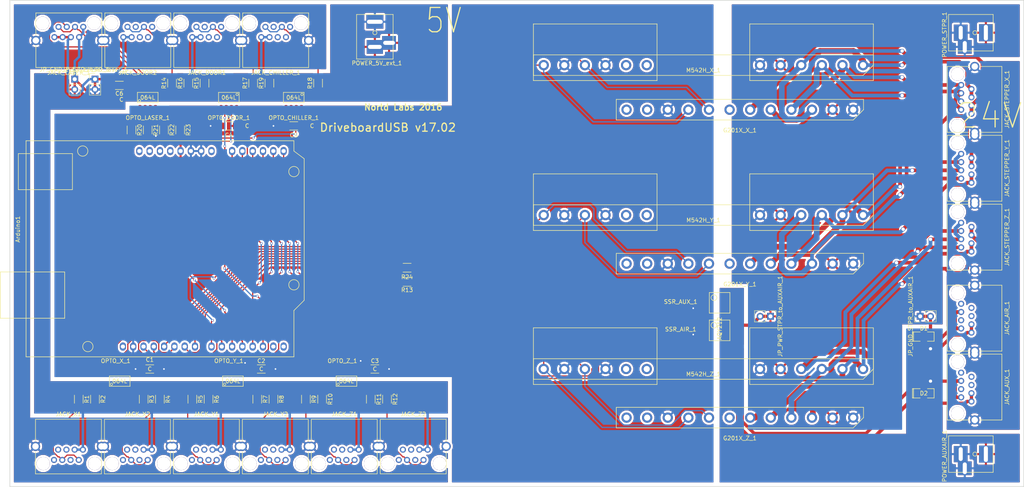
<source format=kicad_pcb>
(kicad_pcb (version 4) (host pcbnew 4.0.5-e0-6337~49~ubuntu16.04.1)
  (layers (0 F.Cu signal) (31 B.Cu signal) (34 B.Paste user) (35 F.Paste user) (36 B.SilkS user) (37 F.SilkS user) (38 B.Mask user) (39 F.Mask user) (44 Edge.Cuts user))
  (net 0 "")
  (net 1 5V)
  (net 2 GND)
  (net 3 PC0)
  (net 4 PC1)
  (net 5 PC2)
  (net 6 PC3)
  (net 7 PC4)
  (net 8 PC5)
  (net 9 PD2)
  (net 10 PD3)
  (net 11 PD4)
  (net 12 PD5)
  (net 13 PD6)
  (net 14 PD7)
  (net 15 PB0)
  (net 16 PB1)
  (net 17 PB2)
  (net 18 PB3)
  (net 19 PB4)
  (net 20 PB5)
  (net 21 5V_laser)
  (net 22 GND_laser)
  (net 23 A_X)
  (net 24 A'_X)
  (net 25 B_X)
  (net 26 B'_X)
  (net 27 A_Y)
  (net 28 A'_Y)
  (net 29 B_Y)
  (net 30 B'_Y)
  (net 31 A_Z)
  (net 32 A'_Z)
  (net 33 B_Z)
  (net 34 B'_Z)
  (net 35 SHILD)
  (net 36 5V_ext)
  (net 37 CHILLER)
  (net 38 DOOR1)
  (net 39 DOOR2)
  (net 40 WP_laser)
  (net 41 TL_laser)
  (net 42 X1)
  (net 43 X2)
  (net 44 Y1)
  (net 45 Y2)
  (net 46 Z1)
  (net 47 Z2)
  (net 48 GND_ext)
  (net 49 "Net-(OPTO_CHILLER_1-Pad1)")
  (net 50 "Net-(OPTO_CHILLER_1-Pad2)")
  (net 51 "Net-(OPTO_DOOR_1-Pad1)")
  (net 52 "Net-(OPTO_DOOR_1-Pad2)")
  (net 53 "Net-(OPTO_DOOR_1-Pad3)")
  (net 54 "Net-(OPTO_DOOR_1-Pad4)")
  (net 55 "Net-(OPTO_LASER_1-Pad1)")
  (net 56 "Net-(OPTO_LASER_1-Pad2)")
  (net 57 "Net-(OPTO_LASER_1-Pad3)")
  (net 58 "Net-(OPTO_LASER_1-Pad4)")
  (net 59 "Net-(OPTO_X_1-Pad1)")
  (net 60 "Net-(OPTO_X_1-Pad2)")
  (net 61 "Net-(OPTO_X_1-Pad3)")
  (net 62 "Net-(OPTO_X_1-Pad4)")
  (net 63 "Net-(OPTO_Y_1-Pad1)")
  (net 64 "Net-(OPTO_Y_1-Pad2)")
  (net 65 "Net-(OPTO_Y_1-Pad3)")
  (net 66 "Net-(OPTO_Y_1-Pad4)")
  (net 67 "Net-(OPTO_Z_1-Pad1)")
  (net 68 "Net-(OPTO_Z_1-Pad2)")
  (net 69 "Net-(OPTO_Z_1-Pad3)")
  (net 70 "Net-(OPTO_Z_1-Pad4)")
  (net 71 "Net-(R13-Pad1)")
  (net 72 "Net-(R24-Pad1)")
  (net 73 SHILD_stpr)
  (net 74 GND_AUXAIR)
  (net 75 GND_STPR)
  (net 76 PWR_STPR)
  (net 77 PWR_AUXAIR)
  (net 78 PWR_AIR)
  (net 79 PWR_AUX)
  (module Resistors_SMD:R_1206 (layer F.Cu) (at 83 47.45 90)
    (fp_text reference R19 (at 0 -2 90) (layer F.SilkS))
    (fp_text value 845)
    (pad 1 smd rect (at -1.45 0 90) (size 0.9 1.7) (layers F.Cu F.Paste F.Mask) (net 50 "Net-(OPTO_CHILLER_1-Pad2)"))
    (pad 2 smd rect (at 1.45 0 90) (size 0.9 1.7) (layers F.Cu F.Paste F.Mask) (net 48 GND_ext))
  )
  (module footprints:RJHSE3380 (layer F.Cu) (at 250 60.2 270)
    (fp_text reference JACK_STEPPER_Y_1 (at 8.255 -14.859 270) (layer F.SilkS))
    (fp_text value RJ45)
    (pad 9 thru_hole circle (at 16.383 -6.9088 270) (size 2.286 2.286) (drill 1.5748) (layers *.Cu *.Mask) (net 73 SHILD_stpr))
    (pad 8 thru_hole circle (at 4.699 -3.556 270) (size 1.50114 1.50114) (drill 0.889) (layers *.Cu *.Mask) (net 29 B_Y))
    (pad 6 thru_hole circle (at 6.731 -3.556 270) (size 1.50114 1.50114) (drill 0.889) (layers *.Cu *.Mask) (net 28 A'_Y))
    (pad 4 thru_hole circle (at 8.763 -3.556 270) (size 1.50114 1.50114) (drill 0.889) (layers *.Cu *.Mask) (net 29 B_Y))
    (pad 2 thru_hole circle (at 10.795 -3.556 270) (size 1.50114 1.50114) (drill 0.889) (layers *.Cu *.Mask) (net 28 A'_Y))
    (pad 5 thru_hole circle (at 7.747 -6.096 270) (size 1.50114 1.50114) (drill 0.889) (layers *.Cu *.Mask) (net 30 B'_Y))
    (pad 3 thru_hole circle (at 9.779 -6.096 270) (size 1.50114 1.50114) (drill 0.889) (layers *.Cu *.Mask) (net 27 A_Y))
    (pad 7 thru_hole circle (at 5.715 -6.096 270) (size 1.50114 1.50114) (drill 0.889) (layers *.Cu *.Mask) (net 30 B'_Y))
    (pad 1 thru_hole circle (at 11.811 -6.096 270) (size 1.50114 1.50114) (drill 0.889) (layers *.Cu *.Mask) (net 27 A_Y))
    (pad "" thru_hole circle (at 2.032 -2.667 270) (size 3.2512 3.2512) (drill 3.2512) (layers *.Cu *.Mask))
    (pad "" thru_hole circle (at 14.732 -2.667 270) (size 3.2512 3.2512) (drill 3.2512) (layers *.Cu *.Mask))
    (pad 9 thru_hole circle (at 0.127 -6.9088 270) (size 2.286 2.286) (drill 1.5748) (layers *.Cu *.Mask) (net 73 SHILD_stpr))
  )
  (module footprints:RJHSE3380 (layer F.Cu) (at 250 97.2 270)
    (fp_text reference JACK_AIR_1 (at 8.255 -14.859 270) (layer F.SilkS))
    (fp_text value RJ45)
    (pad 9 thru_hole circle (at 16.383 -6.9088 270) (size 2.286 2.286) (drill 1.5748) (layers *.Cu *.Mask) (net 73 SHILD_stpr))
    (pad 8 thru_hole circle (at 4.699 -3.556 270) (size 1.50114 1.50114) (drill 0.889) (layers *.Cu *.Mask))
    (pad 6 thru_hole circle (at 6.731 -3.556 270) (size 1.50114 1.50114) (drill 0.889) (layers *.Cu *.Mask) (net 74 GND_AUXAIR))
    (pad 4 thru_hole circle (at 8.763 -3.556 270) (size 1.50114 1.50114) (drill 0.889) (layers *.Cu *.Mask))
    (pad 2 thru_hole circle (at 10.795 -3.556 270) (size 1.50114 1.50114) (drill 0.889) (layers *.Cu *.Mask) (net 74 GND_AUXAIR))
    (pad 5 thru_hole circle (at 7.747 -6.096 270) (size 1.50114 1.50114) (drill 0.889) (layers *.Cu *.Mask))
    (pad 3 thru_hole circle (at 9.779 -6.096 270) (size 1.50114 1.50114) (drill 0.889) (layers *.Cu *.Mask) (net 78 PWR_AIR))
    (pad 7 thru_hole circle (at 5.715 -6.096 270) (size 1.50114 1.50114) (drill 0.889) (layers *.Cu *.Mask))
    (pad 1 thru_hole circle (at 11.811 -6.096 270) (size 1.50114 1.50114) (drill 0.889) (layers *.Cu *.Mask) (net 78 PWR_AIR))
    (pad "" thru_hole circle (at 2.032 -2.667 270) (size 3.2512 3.2512) (drill 3.2512) (layers *.Cu *.Mask))
    (pad "" thru_hole circle (at 14.732 -2.667 270) (size 3.2512 3.2512) (drill 3.2512) (layers *.Cu *.Mask))
    (pad 9 thru_hole circle (at 0.127 -6.9088 270) (size 2.286 2.286) (drill 1.5748) (layers *.Cu *.Mask) (net 73 SHILD_stpr))
  )
  (module footprints:RJHSE3380 (layer F.Cu) (at 92.8 30 180)
    (fp_text reference JACK_CHILLER_1 (at 8.255 -14.859 180) (layer F.SilkS))
    (fp_text value RJ45)
    (pad 9 thru_hole circle (at 16.383 -6.9088 180) (size 2.286 2.286) (drill 1.5748) (layers *.Cu *.Mask) (net 35 SHILD))
    (pad 8 thru_hole circle (at 4.699 -3.556 180) (size 1.50114 1.50114) (drill 0.889) (layers *.Cu *.Mask))
    (pad 6 thru_hole circle (at 6.731 -3.556 180) (size 1.50114 1.50114) (drill 0.889) (layers *.Cu *.Mask) (net 37 CHILLER))
    (pad 4 thru_hole circle (at 8.763 -3.556 180) (size 1.50114 1.50114) (drill 0.889) (layers *.Cu *.Mask))
    (pad 2 thru_hole circle (at 10.795 -3.556 180) (size 1.50114 1.50114) (drill 0.889) (layers *.Cu *.Mask) (net 37 CHILLER))
    (pad 5 thru_hole circle (at 7.747 -6.096 180) (size 1.50114 1.50114) (drill 0.889) (layers *.Cu *.Mask))
    (pad 3 thru_hole circle (at 9.779 -6.096 180) (size 1.50114 1.50114) (drill 0.889) (layers *.Cu *.Mask) (net 36 5V_ext))
    (pad 7 thru_hole circle (at 5.715 -6.096 180) (size 1.50114 1.50114) (drill 0.889) (layers *.Cu *.Mask))
    (pad 1 thru_hole circle (at 11.811 -6.096 180) (size 1.50114 1.50114) (drill 0.889) (layers *.Cu *.Mask) (net 36 5V_ext))
    (pad "" thru_hole circle (at 2.032 -2.667 180) (size 3.2512 3.2512) (drill 3.2512) (layers *.Cu *.Mask))
    (pad "" thru_hole circle (at 14.732 -2.667 180) (size 3.2512 3.2512) (drill 3.2512) (layers *.Cu *.Mask))
    (pad 9 thru_hole circle (at 0.127 -6.9088 180) (size 2.286 2.286) (drill 1.5748) (layers *.Cu *.Mask) (net 35 SHILD))
  )
  (module footprints:RJHSE3380 (layer F.Cu) (at 76.2 144)
    (fp_text reference JACK_Y2 (at 8.255 -14.859) (layer F.SilkS))
    (fp_text value RJ45)
    (pad 9 thru_hole circle (at 16.383 -6.9088) (size 2.286 2.286) (drill 1.5748) (layers *.Cu *.Mask) (net 35 SHILD))
    (pad 8 thru_hole circle (at 4.699 -3.556) (size 1.50114 1.50114) (drill 0.889) (layers *.Cu *.Mask))
    (pad 6 thru_hole circle (at 6.731 -3.556) (size 1.50114 1.50114) (drill 0.889) (layers *.Cu *.Mask) (net 45 Y2))
    (pad 4 thru_hole circle (at 8.763 -3.556) (size 1.50114 1.50114) (drill 0.889) (layers *.Cu *.Mask))
    (pad 2 thru_hole circle (at 10.795 -3.556) (size 1.50114 1.50114) (drill 0.889) (layers *.Cu *.Mask) (net 45 Y2))
    (pad 5 thru_hole circle (at 7.747 -6.096) (size 1.50114 1.50114) (drill 0.889) (layers *.Cu *.Mask))
    (pad 3 thru_hole circle (at 9.779 -6.096) (size 1.50114 1.50114) (drill 0.889) (layers *.Cu *.Mask) (net 36 5V_ext))
    (pad 7 thru_hole circle (at 5.715 -6.096) (size 1.50114 1.50114) (drill 0.889) (layers *.Cu *.Mask))
    (pad 1 thru_hole circle (at 11.811 -6.096) (size 1.50114 1.50114) (drill 0.889) (layers *.Cu *.Mask) (net 36 5V_ext))
    (pad "" thru_hole circle (at 2.032 -2.667) (size 3.2512 3.2512) (drill 3.2512) (layers *.Cu *.Mask))
    (pad "" thru_hole circle (at 14.732 -2.667) (size 3.2512 3.2512) (drill 3.2512) (layers *.Cu *.Mask))
    (pad 9 thru_hole circle (at 0.127 -6.9088) (size 2.286 2.286) (drill 1.5748) (layers *.Cu *.Mask) (net 35 SHILD))
  )
  (module footprints:RJHSE3380 (layer F.Cu) (at 25.2 144)
    (fp_text reference JACK_X1 (at 8.255 -14.859) (layer F.SilkS))
    (fp_text value RJ45)
    (pad 9 thru_hole circle (at 16.383 -6.9088) (size 2.286 2.286) (drill 1.5748) (layers *.Cu *.Mask) (net 35 SHILD))
    (pad 8 thru_hole circle (at 4.699 -3.556) (size 1.50114 1.50114) (drill 0.889) (layers *.Cu *.Mask))
    (pad 6 thru_hole circle (at 6.731 -3.556) (size 1.50114 1.50114) (drill 0.889) (layers *.Cu *.Mask) (net 42 X1))
    (pad 4 thru_hole circle (at 8.763 -3.556) (size 1.50114 1.50114) (drill 0.889) (layers *.Cu *.Mask))
    (pad 2 thru_hole circle (at 10.795 -3.556) (size 1.50114 1.50114) (drill 0.889) (layers *.Cu *.Mask) (net 42 X1))
    (pad 5 thru_hole circle (at 7.747 -6.096) (size 1.50114 1.50114) (drill 0.889) (layers *.Cu *.Mask))
    (pad 3 thru_hole circle (at 9.779 -6.096) (size 1.50114 1.50114) (drill 0.889) (layers *.Cu *.Mask) (net 36 5V_ext))
    (pad 7 thru_hole circle (at 5.715 -6.096) (size 1.50114 1.50114) (drill 0.889) (layers *.Cu *.Mask))
    (pad 1 thru_hole circle (at 11.811 -6.096) (size 1.50114 1.50114) (drill 0.889) (layers *.Cu *.Mask) (net 36 5V_ext))
    (pad "" thru_hole circle (at 2.032 -2.667) (size 3.2512 3.2512) (drill 3.2512) (layers *.Cu *.Mask))
    (pad "" thru_hole circle (at 14.732 -2.667) (size 3.2512 3.2512) (drill 3.2512) (layers *.Cu *.Mask))
    (pad 9 thru_hole circle (at 0.127 -6.9088) (size 2.286 2.286) (drill 1.5748) (layers *.Cu *.Mask) (net 35 SHILD))
  )
  (module footprints:RJHSE3380 (layer F.Cu) (at 42.2 144)
    (fp_text reference JACK_X2 (at 8.255 -14.859) (layer F.SilkS))
    (fp_text value RJ45)
    (pad 9 thru_hole circle (at 16.383 -6.9088) (size 2.286 2.286) (drill 1.5748) (layers *.Cu *.Mask) (net 35 SHILD))
    (pad 8 thru_hole circle (at 4.699 -3.556) (size 1.50114 1.50114) (drill 0.889) (layers *.Cu *.Mask))
    (pad 6 thru_hole circle (at 6.731 -3.556) (size 1.50114 1.50114) (drill 0.889) (layers *.Cu *.Mask) (net 43 X2))
    (pad 4 thru_hole circle (at 8.763 -3.556) (size 1.50114 1.50114) (drill 0.889) (layers *.Cu *.Mask))
    (pad 2 thru_hole circle (at 10.795 -3.556) (size 1.50114 1.50114) (drill 0.889) (layers *.Cu *.Mask) (net 43 X2))
    (pad 5 thru_hole circle (at 7.747 -6.096) (size 1.50114 1.50114) (drill 0.889) (layers *.Cu *.Mask))
    (pad 3 thru_hole circle (at 9.779 -6.096) (size 1.50114 1.50114) (drill 0.889) (layers *.Cu *.Mask) (net 36 5V_ext))
    (pad 7 thru_hole circle (at 5.715 -6.096) (size 1.50114 1.50114) (drill 0.889) (layers *.Cu *.Mask))
    (pad 1 thru_hole circle (at 11.811 -6.096) (size 1.50114 1.50114) (drill 0.889) (layers *.Cu *.Mask) (net 36 5V_ext))
    (pad "" thru_hole circle (at 2.032 -2.667) (size 3.2512 3.2512) (drill 3.2512) (layers *.Cu *.Mask))
    (pad "" thru_hole circle (at 14.732 -2.667) (size 3.2512 3.2512) (drill 3.2512) (layers *.Cu *.Mask))
    (pad 9 thru_hole circle (at 0.127 -6.9088) (size 2.286 2.286) (drill 1.5748) (layers *.Cu *.Mask) (net 35 SHILD))
  )
  (module footprints:ArduinoUnoR3 (layer F.Cu) (at 23 115)
    (fp_text reference Arduino1 (at -2.032 -31.496 90) (layer F.SilkS))
    (fp_text value ArduinoUnoR3)
    (pad 1 thru_hole oval (at 27.94 -50.8) (size 1.524 2.032) (drill 1.016) (layers *.Cu *.Mask))
    (pad 2 thru_hole oval (at 30.48 -50.8) (size 1.524 2.032) (drill 1.016) (layers *.Cu *.Mask))
    (pad 3 thru_hole oval (at 33.02 -50.8) (size 1.524 2.032) (drill 1.016) (layers *.Cu *.Mask))
    (pad 4 thru_hole oval (at 35.56 -50.8) (size 1.524 2.032) (drill 1.016) (layers *.Cu *.Mask))
    (pad 5 thru_hole oval (at 38.1 -50.8) (size 1.524 2.032) (drill 1.016) (layers *.Cu *.Mask) (net 1 5V))
    (pad 6 thru_hole oval (at 40.64 -50.8) (size 1.524 2.032) (drill 1.016) (layers *.Cu *.Mask) (net 2 GND))
    (pad 7 thru_hole oval (at 43.18 -50.8) (size 1.524 2.032) (drill 1.016) (layers *.Cu *.Mask) (net 2 GND))
    (pad 8 thru_hole oval (at 45.72 -50.8) (size 1.524 2.032) (drill 1.016) (layers *.Cu *.Mask))
    (pad 9 thru_hole oval (at 50.8 -50.8) (size 1.524 2.032) (drill 1.016) (layers *.Cu *.Mask) (net 3 PC0))
    (pad 10 thru_hole oval (at 53.34 -50.8) (size 1.524 2.032) (drill 1.016) (layers *.Cu *.Mask) (net 4 PC1))
    (pad 11 thru_hole oval (at 55.88 -50.8) (size 1.524 2.032) (drill 1.016) (layers *.Cu *.Mask) (net 5 PC2))
    (pad 12 thru_hole oval (at 58.42 -50.8) (size 1.524 2.032) (drill 1.016) (layers *.Cu *.Mask) (net 6 PC3))
    (pad 13 thru_hole oval (at 60.96 -50.8) (size 1.524 2.032) (drill 1.016) (layers *.Cu *.Mask) (net 7 PC4))
    (pad 14 thru_hole oval (at 63.5 -50.8) (size 1.524 2.032) (drill 1.016) (layers *.Cu *.Mask) (net 8 PC5))
    (pad 15 thru_hole oval (at 63.5 -2.54) (size 1.524 2.032) (drill 1.016) (layers *.Cu *.Mask))
    (pad 16 thru_hole oval (at 60.96 -2.54) (size 1.524 2.032) (drill 1.016) (layers *.Cu *.Mask))
    (pad 17 thru_hole oval (at 58.42 -2.54) (size 1.524 2.032) (drill 1.016) (layers *.Cu *.Mask) (net 9 PD2))
    (pad 18 thru_hole oval (at 55.88 -2.54) (size 1.524 2.032) (drill 1.016) (layers *.Cu *.Mask) (net 10 PD3))
    (pad 19 thru_hole oval (at 53.34 -2.54) (size 1.524 2.032) (drill 1.016) (layers *.Cu *.Mask) (net 11 PD4))
    (pad 20 thru_hole oval (at 50.8 -2.54) (size 1.524 2.032) (drill 1.016) (layers *.Cu *.Mask) (net 12 PD5))
    (pad 21 thru_hole oval (at 48.26 -2.54) (size 1.524 2.032) (drill 1.016) (layers *.Cu *.Mask) (net 13 PD6))
    (pad 22 thru_hole oval (at 45.72 -2.54) (size 1.524 2.032) (drill 1.016) (layers *.Cu *.Mask) (net 14 PD7))
    (pad 23 thru_hole oval (at 41.656 -2.54) (size 1.524 2.032) (drill 1.016) (layers *.Cu *.Mask) (net 15 PB0))
    (pad 24 thru_hole oval (at 39.116 -2.54) (size 1.524 2.032) (drill 1.016) (layers *.Cu *.Mask) (net 16 PB1))
    (pad 25 thru_hole oval (at 36.576 -2.54) (size 1.524 2.032) (drill 1.016) (layers *.Cu *.Mask) (net 17 PB2))
    (pad 26 thru_hole oval (at 34.036 -2.54) (size 1.524 2.032) (drill 1.016) (layers *.Cu *.Mask) (net 18 PB3))
    (pad 27 thru_hole oval (at 31.496 -2.54) (size 1.524 2.032) (drill 1.016) (layers *.Cu *.Mask) (net 19 PB4))
    (pad 28 thru_hole oval (at 28.956 -2.54) (size 1.524 2.032) (drill 1.016) (layers *.Cu *.Mask) (net 20 PB5))
    (pad 29 thru_hole oval (at 26.416 -2.54) (size 1.524 2.032) (drill 1.016) (layers *.Cu *.Mask) (net 2 GND))
    (pad 30 thru_hole oval (at 23.876 -2.54) (size 1.524 2.032) (drill 1.016) (layers *.Cu *.Mask))
  )
  (module footprints:M542H_Header (layer F.Cu) (at 190 118 180)
    (fp_text reference M542H_Z_1 (at 0 -1.27 180) (layer F.SilkS))
    (fp_text value M542H_Header)
    (pad 1 thru_hole circle (at -39.37 0 180) (size 2.54 2.54) (drill 1.524) (layers *.Cu *.Mask) (net 34 B'_Z))
    (pad 2 thru_hole circle (at -34.29 0 180) (size 2.54 2.54) (drill 1.524) (layers *.Cu *.Mask) (net 33 B_Z))
    (pad 3 thru_hole circle (at -29.21 0 180) (size 2.54 2.54) (drill 1.524) (layers *.Cu *.Mask) (net 32 A'_Z))
    (pad 4 thru_hole circle (at -24.13 0 180) (size 2.54 2.54) (drill 1.524) (layers *.Cu *.Mask) (net 31 A_Z))
    (pad 5 thru_hole circle (at -19.05 0 180) (size 2.54 2.54) (drill 1.524) (layers *.Cu *.Mask) (net 76 PWR_STPR))
    (pad 6 thru_hole circle (at -13.97 0 180) (size 2.54 2.54) (drill 1.524) (layers *.Cu *.Mask) (net 75 GND_STPR))
    (pad 7 thru_hole circle (at 13.97 0 180) (size 2.54 2.54) (drill 1.524) (layers *.Cu *.Mask))
    (pad 8 thru_hole circle (at 19.05 0 180) (size 2.54 2.54) (drill 1.524) (layers *.Cu *.Mask))
    (pad 9 thru_hole circle (at 24.13 0 180) (size 2.54 2.54) (drill 1.524) (layers *.Cu *.Mask) (net 2 GND))
    (pad 10 thru_hole circle (at 29.21 0 180) (size 2.54 2.54) (drill 1.524) (layers *.Cu *.Mask) (net 20 PB5))
    (pad 11 thru_hole circle (at 34.29 0 180) (size 2.54 2.54) (drill 1.524) (layers *.Cu *.Mask) (net 2 GND))
    (pad 12 thru_hole circle (at 39.37 0 180) (size 2.54 2.54) (drill 1.524) (layers *.Cu *.Mask) (net 17 PB2))
  )
  (module Capacitors_SMD:C_1206 (layer F.Cu) (at 53.5 118)
    (fp_text reference C1 (at 0 -2.3) (layer F.SilkS))
    (fp_text value C (at 0 0) (layer F.SilkS))
    (pad 1 smd rect (at -1.5 0) (size 1 1.6) (layers F.Cu F.Paste F.Mask) (net 1 5V))
    (pad 2 smd rect (at 1.5 0) (size 1 1.6) (layers F.Cu F.Paste F.Mask) (net 2 GND))
  )
  (module Capacitors_SMD:C_1206 (layer F.Cu) (at 81 118)
    (fp_text reference C2 (at 0 -2) (layer F.SilkS))
    (fp_text value C (at 0 0) (layer F.SilkS))
    (pad 1 smd rect (at -1.5 0) (size 1 1.6) (layers F.Cu F.Paste F.Mask) (net 1 5V))
    (pad 2 smd rect (at 1.5 0) (size 1 1.6) (layers F.Cu F.Paste F.Mask) (net 2 GND))
  )
  (module Capacitors_SMD:C_1206 (layer F.Cu) (at 109 118)
    (fp_text reference C3 (at 0 -2) (layer F.SilkS))
    (fp_text value C (at 0 0) (layer F.SilkS))
    (pad 1 smd rect (at -1.5 0) (size 1 1.6) (layers F.Cu F.Paste F.Mask) (net 1 5V))
    (pad 2 smd rect (at 1.5 0) (size 1 1.6) (layers F.Cu F.Paste F.Mask) (net 2 GND))
  )
  (module Capacitors_SMD:C_1206 (layer F.Cu) (at 73 58 180)
    (fp_text reference C4 (at 0 -2.3 180) (layer F.SilkS))
    (fp_text value C (at -4.5 0 180) (layer F.SilkS))
    (pad 1 smd rect (at -1.5 0 180) (size 1 1.6) (layers F.Cu F.Paste F.Mask) (net 1 5V))
    (pad 2 smd rect (at 1.5 0 180) (size 1 1.6) (layers F.Cu F.Paste F.Mask) (net 2 GND))
  )
  (module Capacitors_SMD:C_1206 (layer F.Cu) (at 89 58 180)
    (fp_text reference C5 (at 0 -2.3 180) (layer F.SilkS))
    (fp_text value C (at -4.5 0 180) (layer F.SilkS))
    (pad 1 smd rect (at -1.5 0 180) (size 1 1.6) (layers F.Cu F.Paste F.Mask) (net 1 5V))
    (pad 2 smd rect (at 1.5 0 180) (size 1 1.6) (layers F.Cu F.Paste F.Mask) (net 2 GND))
  )
  (module Capacitors_SMD:C_1206 (layer F.Cu) (at 46 48)
    (fp_text reference C6 (at 0 2) (layer F.SilkS))
    (fp_text value C (at 0.5 3.5) (layer F.SilkS))
    (pad 1 smd rect (at -1.5 0) (size 1 1.6) (layers F.Cu F.Paste F.Mask) (net 21 5V_laser))
    (pad 2 smd rect (at 1.5 0) (size 1 1.6) (layers F.Cu F.Paste F.Mask) (net 22 GND_laser))
  )
  (module SMD_Packages:SMD-1206_Pol (layer F.Cu) (at 244.349 110)
    (fp_text reference D1 (at 0 -2) (layer F.SilkS))
    (fp_text value D)
    (pad 1 smd rect (at -1.651 0) (size 1.524 2.032) (layers F.Cu F.Paste F.Mask) (net 78 PWR_AIR))
    (pad 2 smd rect (at 1.651 0) (size 1.524 2.032) (layers F.Cu F.Paste F.Mask) (net 74 GND_AUXAIR))
  )
  (module footprints:GeckoHeader (layer F.Cu) (at 199 54 180)
    (fp_text reference G201X_X_1 (at 0 -5.08 180) (layer F.SilkS))
    (fp_text value G201X_Header)
    (pad 1 thru_hole circle (at -27.94 0 180) (size 2.54 2.54) (drill 1.524) (layers *.Cu *.Mask) (net 75 GND_STPR))
    (pad 2 thru_hole circle (at -22.86 0 180) (size 2.54 2.54) (drill 1.524) (layers *.Cu *.Mask) (net 76 PWR_STPR))
    (pad 3 thru_hole circle (at -17.78 0 180) (size 2.54 2.54) (drill 1.524) (layers *.Cu *.Mask) (net 23 A_X))
    (pad 4 thru_hole circle (at -12.7 0 180) (size 2.54 2.54) (drill 1.524) (layers *.Cu *.Mask) (net 24 A'_X))
    (pad 5 thru_hole circle (at -7.62 0 180) (size 2.54 2.54) (drill 1.524) (layers *.Cu *.Mask) (net 25 B_X))
    (pad 6 thru_hole circle (at -2.54 0 180) (size 2.54 2.54) (drill 1.524) (layers *.Cu *.Mask) (net 26 B'_X))
    (pad 7 thru_hole circle (at 2.54 0 180) (size 2.54 2.54) (drill 1.524) (layers *.Cu *.Mask))
    (pad 8 thru_hole circle (at 7.62 0 180) (size 2.54 2.54) (drill 1.524) (layers *.Cu *.Mask) (net 18 PB3))
    (pad 9 thru_hole circle (at 12.7 0 180) (size 2.54 2.54) (drill 1.524) (layers *.Cu *.Mask) (net 15 PB0))
    (pad 10 thru_hole circle (at 17.78 0 180) (size 2.54 2.54) (drill 1.524) (layers *.Cu *.Mask) (net 2 GND))
    (pad 11 thru_hole circle (at 22.86 0 180) (size 2.54 2.54) (drill 1.524) (layers *.Cu *.Mask))
    (pad 12 thru_hole circle (at 27.94 0 180) (size 2.54 2.54) (drill 1.524) (layers *.Cu *.Mask))
  )
  (module footprints:GeckoHeader (layer F.Cu) (at 199 92 180)
    (fp_text reference G201X_Y_1 (at 0 -5.08 180) (layer F.SilkS))
    (fp_text value G201X_Header)
    (pad 1 thru_hole circle (at -27.94 0 180) (size 2.54 2.54) (drill 1.524) (layers *.Cu *.Mask) (net 75 GND_STPR))
    (pad 2 thru_hole circle (at -22.86 0 180) (size 2.54 2.54) (drill 1.524) (layers *.Cu *.Mask) (net 76 PWR_STPR))
    (pad 3 thru_hole circle (at -17.78 0 180) (size 2.54 2.54) (drill 1.524) (layers *.Cu *.Mask) (net 27 A_Y))
    (pad 4 thru_hole circle (at -12.7 0 180) (size 2.54 2.54) (drill 1.524) (layers *.Cu *.Mask) (net 28 A'_Y))
    (pad 5 thru_hole circle (at -7.62 0 180) (size 2.54 2.54) (drill 1.524) (layers *.Cu *.Mask) (net 29 B_Y))
    (pad 6 thru_hole circle (at -2.54 0 180) (size 2.54 2.54) (drill 1.524) (layers *.Cu *.Mask) (net 30 B'_Y))
    (pad 7 thru_hole circle (at 2.54 0 180) (size 2.54 2.54) (drill 1.524) (layers *.Cu *.Mask))
    (pad 8 thru_hole circle (at 7.62 0 180) (size 2.54 2.54) (drill 1.524) (layers *.Cu *.Mask) (net 19 PB4))
    (pad 9 thru_hole circle (at 12.7 0 180) (size 2.54 2.54) (drill 1.524) (layers *.Cu *.Mask) (net 16 PB1))
    (pad 10 thru_hole circle (at 17.78 0 180) (size 2.54 2.54) (drill 1.524) (layers *.Cu *.Mask) (net 2 GND))
    (pad 11 thru_hole circle (at 22.86 0 180) (size 2.54 2.54) (drill 1.524) (layers *.Cu *.Mask))
    (pad 12 thru_hole circle (at 27.94 0 180) (size 2.54 2.54) (drill 1.524) (layers *.Cu *.Mask))
  )
  (module footprints:GeckoHeader (layer F.Cu) (at 199 130 180)
    (fp_text reference G201X_Z_1 (at 0 -5.08 180) (layer F.SilkS))
    (fp_text value G201X_Header)
    (pad 1 thru_hole circle (at -27.94 0 180) (size 2.54 2.54) (drill 1.524) (layers *.Cu *.Mask) (net 75 GND_STPR))
    (pad 2 thru_hole circle (at -22.86 0 180) (size 2.54 2.54) (drill 1.524) (layers *.Cu *.Mask) (net 76 PWR_STPR))
    (pad 3 thru_hole circle (at -17.78 0 180) (size 2.54 2.54) (drill 1.524) (layers *.Cu *.Mask) (net 31 A_Z))
    (pad 4 thru_hole circle (at -12.7 0 180) (size 2.54 2.54) (drill 1.524) (layers *.Cu *.Mask) (net 32 A'_Z))
    (pad 5 thru_hole circle (at -7.62 0 180) (size 2.54 2.54) (drill 1.524) (layers *.Cu *.Mask) (net 33 B_Z))
    (pad 6 thru_hole circle (at -2.54 0 180) (size 2.54 2.54) (drill 1.524) (layers *.Cu *.Mask) (net 34 B'_Z))
    (pad 7 thru_hole circle (at 2.54 0 180) (size 2.54 2.54) (drill 1.524) (layers *.Cu *.Mask))
    (pad 8 thru_hole circle (at 7.62 0 180) (size 2.54 2.54) (drill 1.524) (layers *.Cu *.Mask) (net 20 PB5))
    (pad 9 thru_hole circle (at 12.7 0 180) (size 2.54 2.54) (drill 1.524) (layers *.Cu *.Mask) (net 17 PB2))
    (pad 10 thru_hole circle (at 17.78 0 180) (size 2.54 2.54) (drill 1.524) (layers *.Cu *.Mask) (net 2 GND))
    (pad 11 thru_hole circle (at 22.86 0 180) (size 2.54 2.54) (drill 1.524) (layers *.Cu *.Mask))
    (pad 12 thru_hole circle (at 27.94 0 180) (size 2.54 2.54) (drill 1.524) (layers *.Cu *.Mask))
  )
  (module footprints:SO-8 (layer F.Cu) (at 89 51 180)
    (fp_text reference OPTO_CHILLER_1 (at 0 -5 360) (layer F.SilkS))
    (fp_text value 064L (at 0 0 180) (layer F.SilkS))
    (pad 1 smd rect (at -1.905 2.79 180) (size 0.64 1.91) (layers F.Cu F.Paste F.Mask) (net 49 "Net-(OPTO_CHILLER_1-Pad1)"))
    (pad 2 smd rect (at -0.635 2.79 180) (size 0.64 1.91) (layers F.Cu F.Paste F.Mask) (net 50 "Net-(OPTO_CHILLER_1-Pad2)"))
    (pad 3 smd rect (at 0.635 2.79 180) (size 0.64 1.91) (layers F.Cu F.Paste F.Mask))
    (pad 4 smd rect (at 1.905 2.79 180) (size 0.64 1.91) (layers F.Cu F.Paste F.Mask))
    (pad 5 smd rect (at 1.905 -2.79 180) (size 0.64 1.91) (layers F.Cu F.Paste F.Mask) (net 2 GND))
    (pad 6 smd rect (at 0.635 -2.79 180) (size 0.64 1.91) (layers F.Cu F.Paste F.Mask))
    (pad 7 smd rect (at -0.635 -2.79 180) (size 0.64 1.91) (layers F.Cu F.Paste F.Mask) (net 10 PD3))
    (pad 8 smd rect (at -1.905 -2.79 180) (size 0.64 1.91) (layers F.Cu F.Paste F.Mask) (net 1 5V))
  )
  (module footprints:SO-8 (layer F.Cu) (at 73 51 180)
    (fp_text reference OPTO_DOOR_1 (at 0 -5 360) (layer F.SilkS))
    (fp_text value 064L (at 0 0 180) (layer F.SilkS))
    (pad 1 smd rect (at -1.905 2.79 180) (size 0.64 1.91) (layers F.Cu F.Paste F.Mask) (net 51 "Net-(OPTO_DOOR_1-Pad1)"))
    (pad 2 smd rect (at -0.635 2.79 180) (size 0.64 1.91) (layers F.Cu F.Paste F.Mask) (net 52 "Net-(OPTO_DOOR_1-Pad2)"))
    (pad 3 smd rect (at 0.635 2.79 180) (size 0.64 1.91) (layers F.Cu F.Paste F.Mask) (net 53 "Net-(OPTO_DOOR_1-Pad3)"))
    (pad 4 smd rect (at 1.905 2.79 180) (size 0.64 1.91) (layers F.Cu F.Paste F.Mask) (net 54 "Net-(OPTO_DOOR_1-Pad4)"))
    (pad 5 smd rect (at 1.905 -2.79 180) (size 0.64 1.91) (layers F.Cu F.Paste F.Mask) (net 2 GND))
    (pad 6 smd rect (at 0.635 -2.79 180) (size 0.64 1.91) (layers F.Cu F.Paste F.Mask) (net 9 PD2))
    (pad 7 smd rect (at -0.635 -2.79 180) (size 0.64 1.91) (layers F.Cu F.Paste F.Mask) (net 14 PD7))
    (pad 8 smd rect (at -1.905 -2.79 180) (size 0.64 1.91) (layers F.Cu F.Paste F.Mask) (net 1 5V))
  )
  (module footprints:SO-8 (layer F.Cu) (at 53 51)
    (fp_text reference OPTO_LASER_1 (at 0 5 180) (layer F.SilkS))
    (fp_text value 064L (at 0 0) (layer F.SilkS))
    (pad 1 smd rect (at -1.905 2.79) (size 0.64 1.91) (layers F.Cu F.Paste F.Mask) (net 55 "Net-(OPTO_LASER_1-Pad1)"))
    (pad 2 smd rect (at -0.635 2.79) (size 0.64 1.91) (layers F.Cu F.Paste F.Mask) (net 56 "Net-(OPTO_LASER_1-Pad2)"))
    (pad 3 smd rect (at 0.635 2.79) (size 0.64 1.91) (layers F.Cu F.Paste F.Mask) (net 57 "Net-(OPTO_LASER_1-Pad3)"))
    (pad 4 smd rect (at 1.905 2.79) (size 0.64 1.91) (layers F.Cu F.Paste F.Mask) (net 58 "Net-(OPTO_LASER_1-Pad4)"))
    (pad 5 smd rect (at 1.905 -2.79) (size 0.64 1.91) (layers F.Cu F.Paste F.Mask) (net 22 GND_laser))
    (pad 6 smd rect (at 0.635 -2.79) (size 0.64 1.91) (layers F.Cu F.Paste F.Mask) (net 40 WP_laser))
    (pad 7 smd rect (at -0.635 -2.79) (size 0.64 1.91) (layers F.Cu F.Paste F.Mask) (net 41 TL_laser))
    (pad 8 smd rect (at -1.905 -2.79) (size 0.64 1.91) (layers F.Cu F.Paste F.Mask) (net 21 5V_laser))
  )
  (module footprints:SO-8 (layer F.Cu) (at 46.095 121)
    (fp_text reference OPTO_X_1 (at -1 -5 180) (layer F.SilkS))
    (fp_text value 064L (at 0 0) (layer F.SilkS))
    (pad 1 smd rect (at -1.905 2.79) (size 0.64 1.91) (layers F.Cu F.Paste F.Mask) (net 59 "Net-(OPTO_X_1-Pad1)"))
    (pad 2 smd rect (at -0.635 2.79) (size 0.64 1.91) (layers F.Cu F.Paste F.Mask) (net 60 "Net-(OPTO_X_1-Pad2)"))
    (pad 3 smd rect (at 0.635 2.79) (size 0.64 1.91) (layers F.Cu F.Paste F.Mask) (net 61 "Net-(OPTO_X_1-Pad3)"))
    (pad 4 smd rect (at 1.905 2.79) (size 0.64 1.91) (layers F.Cu F.Paste F.Mask) (net 62 "Net-(OPTO_X_1-Pad4)"))
    (pad 5 smd rect (at 1.905 -2.79) (size 0.64 1.91) (layers F.Cu F.Paste F.Mask) (net 2 GND))
    (pad 6 smd rect (at 0.635 -2.79) (size 0.64 1.91) (layers F.Cu F.Paste F.Mask) (net 4 PC1))
    (pad 7 smd rect (at -0.635 -2.79) (size 0.64 1.91) (layers F.Cu F.Paste F.Mask) (net 3 PC0))
    (pad 8 smd rect (at -1.905 -2.79) (size 0.64 1.91) (layers F.Cu F.Paste F.Mask) (net 1 5V))
  )
  (module footprints:SO-8 (layer F.Cu) (at 74 121)
    (fp_text reference OPTO_Y_1 (at -1 -5 180) (layer F.SilkS))
    (fp_text value 064L (at 0 0) (layer F.SilkS))
    (pad 1 smd rect (at -1.905 2.79) (size 0.64 1.91) (layers F.Cu F.Paste F.Mask) (net 63 "Net-(OPTO_Y_1-Pad1)"))
    (pad 2 smd rect (at -0.635 2.79) (size 0.64 1.91) (layers F.Cu F.Paste F.Mask) (net 64 "Net-(OPTO_Y_1-Pad2)"))
    (pad 3 smd rect (at 0.635 2.79) (size 0.64 1.91) (layers F.Cu F.Paste F.Mask) (net 65 "Net-(OPTO_Y_1-Pad3)"))
    (pad 4 smd rect (at 1.905 2.79) (size 0.64 1.91) (layers F.Cu F.Paste F.Mask) (net 66 "Net-(OPTO_Y_1-Pad4)"))
    (pad 5 smd rect (at 1.905 -2.79) (size 0.64 1.91) (layers F.Cu F.Paste F.Mask) (net 2 GND))
    (pad 6 smd rect (at 0.635 -2.79) (size 0.64 1.91) (layers F.Cu F.Paste F.Mask) (net 6 PC3))
    (pad 7 smd rect (at -0.635 -2.79) (size 0.64 1.91) (layers F.Cu F.Paste F.Mask) (net 5 PC2))
    (pad 8 smd rect (at -1.905 -2.79) (size 0.64 1.91) (layers F.Cu F.Paste F.Mask) (net 1 5V))
  )
  (module footprints:SO-8 (layer F.Cu) (at 102 121)
    (fp_text reference OPTO_Z_1 (at -1 -5 180) (layer F.SilkS))
    (fp_text value 064L (at 0 0) (layer F.SilkS))
    (pad 1 smd rect (at -1.905 2.79) (size 0.64 1.91) (layers F.Cu F.Paste F.Mask) (net 67 "Net-(OPTO_Z_1-Pad1)"))
    (pad 2 smd rect (at -0.635 2.79) (size 0.64 1.91) (layers F.Cu F.Paste F.Mask) (net 68 "Net-(OPTO_Z_1-Pad2)"))
    (pad 3 smd rect (at 0.635 2.79) (size 0.64 1.91) (layers F.Cu F.Paste F.Mask) (net 69 "Net-(OPTO_Z_1-Pad3)"))
    (pad 4 smd rect (at 1.905 2.79) (size 0.64 1.91) (layers F.Cu F.Paste F.Mask) (net 70 "Net-(OPTO_Z_1-Pad4)"))
    (pad 5 smd rect (at 1.905 -2.79) (size 0.64 1.91) (layers F.Cu F.Paste F.Mask) (net 2 GND))
    (pad 6 smd rect (at 0.635 -2.79) (size 0.64 1.91) (layers F.Cu F.Paste F.Mask) (net 8 PC5))
    (pad 7 smd rect (at -0.635 -2.79) (size 0.64 1.91) (layers F.Cu F.Paste F.Mask) (net 7 PC4))
    (pad 8 smd rect (at -1.905 -2.79) (size 0.64 1.91) (layers F.Cu F.Paste F.Mask) (net 1 5V))
  )
  (module Resistors_SMD:R_1206 (layer F.Cu) (at 36 125.45 270)
    (fp_text reference R1 (at 0 -2 270) (layer F.SilkS))
    (fp_text value 845)
    (pad 1 smd rect (at -1.45 0 270) (size 0.9 1.7) (layers F.Cu F.Paste F.Mask) (net 59 "Net-(OPTO_X_1-Pad1)"))
    (pad 2 smd rect (at 1.45 0 270) (size 0.9 1.7) (layers F.Cu F.Paste F.Mask) (net 42 X1))
  )
  (module Resistors_SMD:R_1206 (layer F.Cu) (at 40 125.45 270)
    (fp_text reference R2 (at 0 -2 270) (layer F.SilkS))
    (fp_text value 845)
    (pad 1 smd rect (at -1.45 0 270) (size 0.9 1.7) (layers F.Cu F.Paste F.Mask) (net 60 "Net-(OPTO_X_1-Pad2)"))
    (pad 2 smd rect (at 1.45 0 270) (size 0.9 1.7) (layers F.Cu F.Paste F.Mask) (net 48 GND_ext))
  )
  (module Resistors_SMD:R_1206 (layer F.Cu) (at 52 125.45 270)
    (fp_text reference R3 (at 0 -2 270) (layer F.SilkS))
    (fp_text value 845)
    (pad 1 smd rect (at -1.45 0 270) (size 0.9 1.7) (layers F.Cu F.Paste F.Mask) (net 61 "Net-(OPTO_X_1-Pad3)"))
    (pad 2 smd rect (at 1.45 0 270) (size 0.9 1.7) (layers F.Cu F.Paste F.Mask) (net 48 GND_ext))
  )
  (module Resistors_SMD:R_1206 (layer F.Cu) (at 56 125.45 270)
    (fp_text reference R4 (at 0 -2 270) (layer F.SilkS))
    (fp_text value 845)
    (pad 1 smd rect (at -1.45 0 270) (size 0.9 1.7) (layers F.Cu F.Paste F.Mask) (net 62 "Net-(OPTO_X_1-Pad4)"))
    (pad 2 smd rect (at 1.45 0 270) (size 0.9 1.7) (layers F.Cu F.Paste F.Mask) (net 43 X2))
  )
  (module Resistors_SMD:R_1206 (layer F.Cu) (at 64 125.45 270)
    (fp_text reference R5 (at 0 -2 270) (layer F.SilkS))
    (fp_text value 845)
    (pad 1 smd rect (at -1.45 0 270) (size 0.9 1.7) (layers F.Cu F.Paste F.Mask) (net 63 "Net-(OPTO_Y_1-Pad1)"))
    (pad 2 smd rect (at 1.45 0 270) (size 0.9 1.7) (layers F.Cu F.Paste F.Mask) (net 44 Y1))
  )
  (module Resistors_SMD:R_1206 (layer F.Cu) (at 68 125.45 270)
    (fp_text reference R6 (at 0 -2 270) (layer F.SilkS))
    (fp_text value 845)
    (pad 1 smd rect (at -1.45 0 270) (size 0.9 1.7) (layers F.Cu F.Paste F.Mask) (net 64 "Net-(OPTO_Y_1-Pad2)"))
    (pad 2 smd rect (at 1.45 0 270) (size 0.9 1.7) (layers F.Cu F.Paste F.Mask) (net 48 GND_ext))
  )
  (module Resistors_SMD:R_1206 (layer F.Cu) (at 80 125.45 270)
    (fp_text reference R7 (at 0 -2 270) (layer F.SilkS))
    (fp_text value 845)
    (pad 1 smd rect (at -1.45 0 270) (size 0.9 1.7) (layers F.Cu F.Paste F.Mask) (net 65 "Net-(OPTO_Y_1-Pad3)"))
    (pad 2 smd rect (at 1.45 0 270) (size 0.9 1.7) (layers F.Cu F.Paste F.Mask) (net 48 GND_ext))
  )
  (module Resistors_SMD:R_1206 (layer F.Cu) (at 84 125.45 270)
    (fp_text reference R8 (at 0 -2 270) (layer F.SilkS))
    (fp_text value 845)
    (pad 1 smd rect (at -1.45 0 270) (size 0.9 1.7) (layers F.Cu F.Paste F.Mask) (net 66 "Net-(OPTO_Y_1-Pad4)"))
    (pad 2 smd rect (at 1.45 0 270) (size 0.9 1.7) (layers F.Cu F.Paste F.Mask) (net 45 Y2))
  )
  (module Resistors_SMD:R_1206 (layer F.Cu) (at 92 125.45 270)
    (fp_text reference R9 (at 0 -2 270) (layer F.SilkS))
    (fp_text value 845)
    (pad 1 smd rect (at -1.45 0 270) (size 0.9 1.7) (layers F.Cu F.Paste F.Mask) (net 67 "Net-(OPTO_Z_1-Pad1)"))
    (pad 2 smd rect (at 1.45 0 270) (size 0.9 1.7) (layers F.Cu F.Paste F.Mask) (net 46 Z1))
  )
  (module Resistors_SMD:R_1206 (layer F.Cu) (at 96 125.45 270)
    (fp_text reference R10 (at 0 -2 270) (layer F.SilkS))
    (fp_text value 845)
    (pad 1 smd rect (at -1.45 0 270) (size 0.9 1.7) (layers F.Cu F.Paste F.Mask) (net 68 "Net-(OPTO_Z_1-Pad2)"))
    (pad 2 smd rect (at 1.45 0 270) (size 0.9 1.7) (layers F.Cu F.Paste F.Mask) (net 48 GND_ext))
  )
  (module Resistors_SMD:R_1206 (layer F.Cu) (at 108 125.45 270)
    (fp_text reference R11 (at 0 -2 270) (layer F.SilkS))
    (fp_text value 845)
    (pad 1 smd rect (at -1.45 0 270) (size 0.9 1.7) (layers F.Cu F.Paste F.Mask) (net 69 "Net-(OPTO_Z_1-Pad3)"))
    (pad 2 smd rect (at 1.45 0 270) (size 0.9 1.7) (layers F.Cu F.Paste F.Mask) (net 48 GND_ext))
  )
  (module Resistors_SMD:R_1206 (layer F.Cu) (at 112 125.45 270)
    (fp_text reference R12 (at 0 -2 270) (layer F.SilkS))
    (fp_text value 845)
    (pad 1 smd rect (at -1.45 0 270) (size 0.9 1.7) (layers F.Cu F.Paste F.Mask) (net 70 "Net-(OPTO_Z_1-Pad4)"))
    (pad 2 smd rect (at 1.45 0 270) (size 0.9 1.7) (layers F.Cu F.Paste F.Mask) (net 47 Z2))
  )
  (module Resistors_SMD:R_1206 (layer F.Cu) (at 116.95 96.5 180)
    (fp_text reference R13 (at 0 -2 180) (layer F.SilkS))
    (fp_text value 845)
    (pad 1 smd rect (at -1.45 0 180) (size 0.9 1.7) (layers F.Cu F.Paste F.Mask) (net 71 "Net-(R13-Pad1)"))
    (pad 2 smd rect (at 1.45 0 180) (size 0.9 1.7) (layers F.Cu F.Paste F.Mask) (net 11 PD4))
  )
  (module Resistors_SMD:R_1206 (layer F.Cu) (at 59 47.45 90)
    (fp_text reference R14 (at 0 -2 90) (layer F.SilkS))
    (fp_text value 845)
    (pad 1 smd rect (at -1.45 0 90) (size 0.9 1.7) (layers F.Cu F.Paste F.Mask) (net 51 "Net-(OPTO_DOOR_1-Pad1)"))
    (pad 2 smd rect (at 1.45 0 90) (size 0.9 1.7) (layers F.Cu F.Paste F.Mask) (net 39 DOOR2))
  )
  (module Resistors_SMD:R_1206 (layer F.Cu) (at 67 47.45 90)
    (fp_text reference R15 (at 0 -2 90) (layer F.SilkS))
    (fp_text value 845)
    (pad 1 smd rect (at -1.45 0 90) (size 0.9 1.7) (layers F.Cu F.Paste F.Mask) (net 52 "Net-(OPTO_DOOR_1-Pad2)"))
    (pad 2 smd rect (at 1.45 0 90) (size 0.9 1.7) (layers F.Cu F.Paste F.Mask) (net 48 GND_ext))
  )
  (module Resistors_SMD:R_1206 (layer F.Cu) (at 63 47.45 90)
    (fp_text reference R16 (at 0 -2 90) (layer F.SilkS))
    (fp_text value 845)
    (pad 1 smd rect (at -1.45 0 90) (size 0.9 1.7) (layers F.Cu F.Paste F.Mask) (net 53 "Net-(OPTO_DOOR_1-Pad3)"))
    (pad 2 smd rect (at 1.45 0 90) (size 0.9 1.7) (layers F.Cu F.Paste F.Mask) (net 48 GND_ext))
  )
  (module Resistors_SMD:R_1206 (layer F.Cu) (at 79 47.45 90)
    (fp_text reference R17 (at 0 -2 90) (layer F.SilkS))
    (fp_text value 845)
    (pad 1 smd rect (at -1.45 0 90) (size 0.9 1.7) (layers F.Cu F.Paste F.Mask) (net 54 "Net-(OPTO_DOOR_1-Pad4)"))
    (pad 2 smd rect (at 1.45 0 90) (size 0.9 1.7) (layers F.Cu F.Paste F.Mask) (net 38 DOOR1))
  )
  (module Resistors_SMD:R_1206 (layer F.Cu) (at 95 47.45 90)
    (fp_text reference R18 (at 0 -2 90) (layer F.SilkS))
    (fp_text value 845)
    (pad 1 smd rect (at -1.45 0 90) (size 0.9 1.7) (layers F.Cu F.Paste F.Mask) (net 49 "Net-(OPTO_CHILLER_1-Pad1)"))
    (pad 2 smd rect (at 1.45 0 90) (size 0.9 1.7) (layers F.Cu F.Paste F.Mask) (net 37 CHILLER))
  )
  (module Resistors_SMD:R_1206 (layer F.Cu) (at 49 59 270)
    (fp_text reference R20 (at 0 -2 270) (layer F.SilkS))
    (fp_text value 845)
    (pad 1 smd rect (at -1.45 0 270) (size 0.9 1.7) (layers F.Cu F.Paste F.Mask) (net 55 "Net-(OPTO_LASER_1-Pad1)"))
    (pad 2 smd rect (at 1.45 0 270) (size 0.9 1.7) (layers F.Cu F.Paste F.Mask) (net 12 PD5))
  )
  (module Resistors_SMD:R_1206 (layer F.Cu) (at 53 59 270)
    (fp_text reference R21 (at 0 -2 270) (layer F.SilkS))
    (fp_text value 845)
    (pad 1 smd rect (at -1.45 0 270) (size 0.9 1.7) (layers F.Cu F.Paste F.Mask) (net 56 "Net-(OPTO_LASER_1-Pad2)"))
    (pad 2 smd rect (at 1.45 0 270) (size 0.9 1.7) (layers F.Cu F.Paste F.Mask) (net 2 GND))
  )
  (module Resistors_SMD:R_1206 (layer F.Cu) (at 57 59 270)
    (fp_text reference R22 (at 0 -2 270) (layer F.SilkS))
    (fp_text value 845)
    (pad 1 smd rect (at -1.45 0 270) (size 0.9 1.7) (layers F.Cu F.Paste F.Mask) (net 57 "Net-(OPTO_LASER_1-Pad3)"))
    (pad 2 smd rect (at 1.45 0 270) (size 0.9 1.7) (layers F.Cu F.Paste F.Mask) (net 10 PD3))
  )
  (module Resistors_SMD:R_1206 (layer F.Cu) (at 61 59 270)
    (fp_text reference R23 (at 0 -2 270) (layer F.SilkS))
    (fp_text value 845)
    (pad 1 smd rect (at -1.45 0 270) (size 0.9 1.7) (layers F.Cu F.Paste F.Mask) (net 58 "Net-(OPTO_LASER_1-Pad4)"))
    (pad 2 smd rect (at 1.45 0 270) (size 0.9 1.7) (layers F.Cu F.Paste F.Mask) (net 1 5V))
  )
  (module Resistors_SMD:R_1206 (layer F.Cu) (at 116.95 93 180)
    (fp_text reference R24 (at 0 -2.3 180) (layer F.SilkS))
    (fp_text value 845)
    (pad 1 smd rect (at -1.45 0 180) (size 0.9 1.7) (layers F.Cu F.Paste F.Mask) (net 72 "Net-(R24-Pad1)"))
    (pad 2 smd rect (at 1.45 0 180) (size 0.9 1.7) (layers F.Cu F.Paste F.Mask) (net 13 PD6))
  )
  (module footprints:DIP-4_SMD (layer F.Cu) (at 194 111 270)
    (fp_text reference SSR_AIR_1 (at -2.8 9.6 360) (layer F.SilkS))
    (fp_text value AQY212 (at -3 0 270) (layer F.SilkS))
    (pad 1 smd rect (at -3.81 3.81 270) (size 1.524 2.032) (layers F.Cu F.Paste F.Mask) (net 71 "Net-(R13-Pad1)"))
    (pad 2 smd rect (at -1.27 3.81 270) (size 1.524 2.032) (layers F.Cu F.Paste F.Mask) (net 2 GND))
    (pad 3 smd rect (at -1.27 -3.81 270) (size 1.524 2.032) (layers F.Cu F.Paste F.Mask) (net 78 PWR_AIR))
    (pad 4 smd rect (at -3.81 -3.81 270) (size 1.524 2.032) (layers F.Cu F.Paste F.Mask) (net 77 PWR_AUXAIR))
  )
  (module footprints:M542H_Header (layer F.Cu) (at 190 43 180)
    (fp_text reference M542H_X_1 (at 0 -1.27 180) (layer F.SilkS))
    (fp_text value M542H_Header)
    (pad 1 thru_hole circle (at -39.37 0 180) (size 2.54 2.54) (drill 1.524) (layers *.Cu *.Mask) (net 26 B'_X))
    (pad 2 thru_hole circle (at -34.29 0 180) (size 2.54 2.54) (drill 1.524) (layers *.Cu *.Mask) (net 25 B_X))
    (pad 3 thru_hole circle (at -29.21 0 180) (size 2.54 2.54) (drill 1.524) (layers *.Cu *.Mask) (net 24 A'_X))
    (pad 4 thru_hole circle (at -24.13 0 180) (size 2.54 2.54) (drill 1.524) (layers *.Cu *.Mask) (net 23 A_X))
    (pad 5 thru_hole circle (at -19.05 0 180) (size 2.54 2.54) (drill 1.524) (layers *.Cu *.Mask) (net 76 PWR_STPR))
    (pad 6 thru_hole circle (at -13.97 0 180) (size 2.54 2.54) (drill 1.524) (layers *.Cu *.Mask) (net 75 GND_STPR))
    (pad 7 thru_hole circle (at 13.97 0 180) (size 2.54 2.54) (drill 1.524) (layers *.Cu *.Mask))
    (pad 8 thru_hole circle (at 19.05 0 180) (size 2.54 2.54) (drill 1.524) (layers *.Cu *.Mask))
    (pad 9 thru_hole circle (at 24.13 0 180) (size 2.54 2.54) (drill 1.524) (layers *.Cu *.Mask) (net 2 GND))
    (pad 10 thru_hole circle (at 29.21 0 180) (size 2.54 2.54) (drill 1.524) (layers *.Cu *.Mask) (net 18 PB3))
    (pad 11 thru_hole circle (at 34.29 0 180) (size 2.54 2.54) (drill 1.524) (layers *.Cu *.Mask) (net 2 GND))
    (pad 12 thru_hole circle (at 39.37 0 180) (size 2.54 2.54) (drill 1.524) (layers *.Cu *.Mask) (net 15 PB0))
  )
  (module footprints:M542H_Header (layer F.Cu) (at 190 80 180)
    (fp_text reference M542H_Y_1 (at 0 -1.27 180) (layer F.SilkS))
    (fp_text value M542H_Header)
    (pad 1 thru_hole circle (at -39.37 0 180) (size 2.54 2.54) (drill 1.524) (layers *.Cu *.Mask) (net 30 B'_Y))
    (pad 2 thru_hole circle (at -34.29 0 180) (size 2.54 2.54) (drill 1.524) (layers *.Cu *.Mask) (net 29 B_Y))
    (pad 3 thru_hole circle (at -29.21 0 180) (size 2.54 2.54) (drill 1.524) (layers *.Cu *.Mask) (net 28 A'_Y))
    (pad 4 thru_hole circle (at -24.13 0 180) (size 2.54 2.54) (drill 1.524) (layers *.Cu *.Mask) (net 27 A_Y))
    (pad 5 thru_hole circle (at -19.05 0 180) (size 2.54 2.54) (drill 1.524) (layers *.Cu *.Mask) (net 76 PWR_STPR))
    (pad 6 thru_hole circle (at -13.97 0 180) (size 2.54 2.54) (drill 1.524) (layers *.Cu *.Mask) (net 75 GND_STPR))
    (pad 7 thru_hole circle (at 13.97 0 180) (size 2.54 2.54) (drill 1.524) (layers *.Cu *.Mask))
    (pad 8 thru_hole circle (at 19.05 0 180) (size 2.54 2.54) (drill 1.524) (layers *.Cu *.Mask))
    (pad 9 thru_hole circle (at 24.13 0 180) (size 2.54 2.54) (drill 1.524) (layers *.Cu *.Mask) (net 2 GND))
    (pad 10 thru_hole circle (at 29.21 0 180) (size 2.54 2.54) (drill 1.524) (layers *.Cu *.Mask) (net 19 PB4))
    (pad 11 thru_hole circle (at 34.29 0 180) (size 2.54 2.54) (drill 1.524) (layers *.Cu *.Mask) (net 2 GND))
    (pad 12 thru_hole circle (at 39.37 0 180) (size 2.54 2.54) (drill 1.524) (layers *.Cu *.Mask) (net 16 PB1))
  )
  (module SMD_Packages:SMD-1206_Pol (layer F.Cu) (at 244.349 124)
    (fp_text reference D2 (at 0 0) (layer F.SilkS))
    (fp_text value D)
    (pad 1 smd rect (at -1.651 0) (size 1.524 2.032) (layers F.Cu F.Paste F.Mask) (net 79 PWR_AUX))
    (pad 2 smd rect (at 1.651 0) (size 1.524 2.032) (layers F.Cu F.Paste F.Mask) (net 74 GND_AUXAIR))
  )
  (module Pin_Headers:Pin_Header_Straight_1x02_Pitch2.54mm (layer F.Cu) (at 40 46.46)
    (fp_text reference JP_5V_ext_TO_laser_1 (at 0 -2.39) (layer F.SilkS))
    (fp_text value Jumper)
    (pad 1 thru_hole rect (at 0 0) (size 1.7 1.7) (drill 1) (layers *.Cu *.Mask) (net 21 5V_laser))
    (pad 2 thru_hole oval (at 0 2.54) (size 1.7 1.7) (drill 1) (layers *.Cu *.Mask) (net 36 5V_ext))
  )
  (module Pin_Headers:Pin_Header_Straight_1x02_Pitch2.54mm (layer F.Cu) (at 35 46.46)
    (fp_text reference JP_GND_ext_TO_laser_1 (at 0 -2.39) (layer F.SilkS))
    (fp_text value Jumper)
    (pad 1 thru_hole rect (at 0 0) (size 1.7 1.7) (drill 1) (layers *.Cu *.Mask) (net 22 GND_laser))
    (pad 2 thru_hole oval (at 0 2.54) (size 1.7 1.7) (drill 1) (layers *.Cu *.Mask) (net 48 GND_ext))
  )
  (module Pin_Headers:Pin_Header_Straight_1x02_Pitch2.54mm (layer F.Cu) (at 243.46 105 90)
    (fp_text reference JP_GND_STPR_to_AUXAIR_1 (at 0 -2.39 90) (layer F.SilkS))
    (fp_text value Jumper)
    (pad 1 thru_hole rect (at 0 0 90) (size 1.7 1.7) (drill 1) (layers *.Cu *.Mask) (net 75 GND_STPR))
    (pad 2 thru_hole oval (at 0 2.54 90) (size 1.7 1.7) (drill 1) (layers *.Cu *.Mask) (net 74 GND_AUXAIR))
  )
  (module Pin_Headers:Pin_Header_Straight_1x02_Pitch2.54mm (layer F.Cu) (at 206.54 105 270)
    (fp_text reference JP_PWR_STPR_to_AUXAIR_1 (at 0 -2.39 270) (layer F.SilkS))
    (fp_text value Jumper)
    (pad 1 thru_hole rect (at 0 0 270) (size 1.7 1.7) (drill 1) (layers *.Cu *.Mask) (net 76 PWR_STPR))
    (pad 2 thru_hole oval (at 0 2.54 270) (size 1.7 1.7) (drill 1) (layers *.Cu *.Mask) (net 77 PWR_AUXAIR))
  )
  (module footprints:BARREL_JACK_VERT (layer F.Cu) (at 109 41.5)
    (fp_text reference POWER_5V_ext_1 (at 0.5 1 180) (layer F.SilkS))
    (fp_text value BARREL_JACK)
    (pad 3 thru_hole rect (at 3.5 -4) (size 3.4 3.4) (drill oval 2.9 1) (layers *.Cu *.Mask) (net 48 GND_ext))
    (pad 1 thru_hole rect (at 0 -9.2) (size 4.2 3.4) (drill oval 3.9 1) (layers *.Cu *.Mask) (net 36 5V_ext))
    (pad 2 thru_hole rect (at 0 -3) (size 4 3.4) (drill oval 3.4 1) (layers *.Cu *.Mask) (net 48 GND_ext))
  )
  (module footprints:BARREL_JACK_VERT (layer F.Cu) (at 250.45 139 270)
    (fp_text reference POWER_AUXAIR_1 (at 0.5 1 450) (layer F.SilkS))
    (fp_text value BARREL_JACK)
    (pad 3 thru_hole rect (at 3.5 -4 270) (size 3.4 3.4) (drill oval 2.9 1) (layers *.Cu *.Mask) (net 74 GND_AUXAIR))
    (pad 1 thru_hole rect (at 0 -9.2 270) (size 4.2 3.4) (drill oval 3.9 1) (layers *.Cu *.Mask) (net 77 PWR_AUXAIR))
    (pad 2 thru_hole rect (at 0 -3 270) (size 4 3.4) (drill oval 3.4 1) (layers *.Cu *.Mask) (net 74 GND_AUXAIR))
  )
  (module footprints:BARREL_JACK_VERT (layer F.Cu) (at 250.45 35 270)
    (fp_text reference POWER_STPR_1 (at 0.5 1 450) (layer F.SilkS))
    (fp_text value BARREL_JACK)
    (pad 3 thru_hole rect (at 3.5 -4 270) (size 3.4 3.4) (drill oval 2.9 1) (layers *.Cu *.Mask) (net 75 GND_STPR))
    (pad 1 thru_hole rect (at 0 -9.2 270) (size 4.2 3.4) (drill oval 3.9 1) (layers *.Cu *.Mask) (net 76 PWR_STPR))
    (pad 2 thru_hole rect (at 0 -3 270) (size 4 3.4) (drill oval 3.4 1) (layers *.Cu *.Mask) (net 75 GND_STPR))
  )
  (module footprints:DIP-4_SMD (layer F.Cu) (at 194 104.2 270)
    (fp_text reference SSR_AUX_1 (at -2.8 9.6 360) (layer F.SilkS))
    (fp_text value AQY212)
    (pad 1 smd rect (at -3.81 3.81 270) (size 1.524 2.032) (layers F.Cu F.Paste F.Mask) (net 72 "Net-(R24-Pad1)"))
    (pad 2 smd rect (at -1.27 3.81 270) (size 1.524 2.032) (layers F.Cu F.Paste F.Mask) (net 2 GND))
    (pad 3 smd rect (at -1.27 -3.81 270) (size 1.524 2.032) (layers F.Cu F.Paste F.Mask) (net 79 PWR_AUX))
    (pad 4 smd rect (at -3.81 -3.81 270) (size 1.524 2.032) (layers F.Cu F.Paste F.Mask) (net 77 PWR_AUXAIR))
  )
  (module footprints:RJHSE3380 (layer F.Cu) (at 250 114.2 270)
    (fp_text reference JACK_AUX_1 (at 8.255 -14.859 270) (layer F.SilkS))
    (fp_text value RJ45)
    (pad 9 thru_hole circle (at 16.383 -6.9088 270) (size 2.286 2.286) (drill 1.5748) (layers *.Cu *.Mask) (net 73 SHILD_stpr))
    (pad 8 thru_hole circle (at 4.699 -3.556 270) (size 1.50114 1.50114) (drill 0.889) (layers *.Cu *.Mask))
    (pad 6 thru_hole circle (at 6.731 -3.556 270) (size 1.50114 1.50114) (drill 0.889) (layers *.Cu *.Mask) (net 74 GND_AUXAIR))
    (pad 4 thru_hole circle (at 8.763 -3.556 270) (size 1.50114 1.50114) (drill 0.889) (layers *.Cu *.Mask))
    (pad 2 thru_hole circle (at 10.795 -3.556 270) (size 1.50114 1.50114) (drill 0.889) (layers *.Cu *.Mask) (net 74 GND_AUXAIR))
    (pad 5 thru_hole circle (at 7.747 -6.096 270) (size 1.50114 1.50114) (drill 0.889) (layers *.Cu *.Mask))
    (pad 3 thru_hole circle (at 9.779 -6.096 270) (size 1.50114 1.50114) (drill 0.889) (layers *.Cu *.Mask) (net 79 PWR_AUX))
    (pad 7 thru_hole circle (at 5.715 -6.096 270) (size 1.50114 1.50114) (drill 0.889) (layers *.Cu *.Mask))
    (pad 1 thru_hole circle (at 11.811 -6.096 270) (size 1.50114 1.50114) (drill 0.889) (layers *.Cu *.Mask) (net 79 PWR_AUX))
    (pad "" thru_hole circle (at 2.032 -2.667 270) (size 3.2512 3.2512) (drill 3.2512) (layers *.Cu *.Mask))
    (pad "" thru_hole circle (at 14.732 -2.667 270) (size 3.2512 3.2512) (drill 3.2512) (layers *.Cu *.Mask))
    (pad 9 thru_hole circle (at 0.127 -6.9088 270) (size 2.286 2.286) (drill 1.5748) (layers *.Cu *.Mask) (net 73 SHILD_stpr))
  )
  (module footprints:RJHSE3380 (layer F.Cu) (at 75.8 30 180)
    (fp_text reference JACK_DOOR1 (at 8.255 -14.859 180) (layer F.SilkS))
    (fp_text value RJ45)
    (pad 9 thru_hole circle (at 16.383 -6.9088 180) (size 2.286 2.286) (drill 1.5748) (layers *.Cu *.Mask) (net 35 SHILD))
    (pad 8 thru_hole circle (at 4.699 -3.556 180) (size 1.50114 1.50114) (drill 0.889) (layers *.Cu *.Mask))
    (pad 6 thru_hole circle (at 6.731 -3.556 180) (size 1.50114 1.50114) (drill 0.889) (layers *.Cu *.Mask) (net 38 DOOR1))
    (pad 4 thru_hole circle (at 8.763 -3.556 180) (size 1.50114 1.50114) (drill 0.889) (layers *.Cu *.Mask))
    (pad 2 thru_hole circle (at 10.795 -3.556 180) (size 1.50114 1.50114) (drill 0.889) (layers *.Cu *.Mask) (net 38 DOOR1))
    (pad 5 thru_hole circle (at 7.747 -6.096 180) (size 1.50114 1.50114) (drill 0.889) (layers *.Cu *.Mask))
    (pad 3 thru_hole circle (at 9.779 -6.096 180) (size 1.50114 1.50114) (drill 0.889) (layers *.Cu *.Mask) (net 36 5V_ext))
    (pad 7 thru_hole circle (at 5.715 -6.096 180) (size 1.50114 1.50114) (drill 0.889) (layers *.Cu *.Mask))
    (pad 1 thru_hole circle (at 11.811 -6.096 180) (size 1.50114 1.50114) (drill 0.889) (layers *.Cu *.Mask) (net 36 5V_ext))
    (pad "" thru_hole circle (at 2.032 -2.667 180) (size 3.2512 3.2512) (drill 3.2512) (layers *.Cu *.Mask))
    (pad "" thru_hole circle (at 14.732 -2.667 180) (size 3.2512 3.2512) (drill 3.2512) (layers *.Cu *.Mask))
    (pad 9 thru_hole circle (at 0.127 -6.9088 180) (size 2.286 2.286) (drill 1.5748) (layers *.Cu *.Mask) (net 35 SHILD))
  )
  (module footprints:RJHSE3380 (layer F.Cu) (at 58.8 30 180)
    (fp_text reference JACK_DOOR2 (at 8.255 -14.859 180) (layer F.SilkS))
    (fp_text value RJ45)
    (pad 9 thru_hole circle (at 16.383 -6.9088 180) (size 2.286 2.286) (drill 1.5748) (layers *.Cu *.Mask) (net 35 SHILD))
    (pad 8 thru_hole circle (at 4.699 -3.556 180) (size 1.50114 1.50114) (drill 0.889) (layers *.Cu *.Mask))
    (pad 6 thru_hole circle (at 6.731 -3.556 180) (size 1.50114 1.50114) (drill 0.889) (layers *.Cu *.Mask) (net 39 DOOR2))
    (pad 4 thru_hole circle (at 8.763 -3.556 180) (size 1.50114 1.50114) (drill 0.889) (layers *.Cu *.Mask))
    (pad 2 thru_hole circle (at 10.795 -3.556 180) (size 1.50114 1.50114) (drill 0.889) (layers *.Cu *.Mask) (net 39 DOOR2))
    (pad 5 thru_hole circle (at 7.747 -6.096 180) (size 1.50114 1.50114) (drill 0.889) (layers *.Cu *.Mask))
    (pad 3 thru_hole circle (at 9.779 -6.096 180) (size 1.50114 1.50114) (drill 0.889) (layers *.Cu *.Mask) (net 36 5V_ext))
    (pad 7 thru_hole circle (at 5.715 -6.096 180) (size 1.50114 1.50114) (drill 0.889) (layers *.Cu *.Mask))
    (pad 1 thru_hole circle (at 11.811 -6.096 180) (size 1.50114 1.50114) (drill 0.889) (layers *.Cu *.Mask) (net 36 5V_ext))
    (pad "" thru_hole circle (at 2.032 -2.667 180) (size 3.2512 3.2512) (drill 3.2512) (layers *.Cu *.Mask))
    (pad "" thru_hole circle (at 14.732 -2.667 180) (size 3.2512 3.2512) (drill 3.2512) (layers *.Cu *.Mask))
    (pad 9 thru_hole circle (at 0.127 -6.9088 180) (size 2.286 2.286) (drill 1.5748) (layers *.Cu *.Mask) (net 35 SHILD))
  )
  (module footprints:RJHSE3380 (layer F.Cu) (at 41.8 30 180)
    (fp_text reference JACK_LASER_1 (at 8.255 -14.859 180) (layer F.SilkS))
    (fp_text value RJ45)
    (pad 9 thru_hole circle (at 16.383 -6.9088 180) (size 2.286 2.286) (drill 1.5748) (layers *.Cu *.Mask) (net 35 SHILD))
    (pad 8 thru_hole circle (at 4.699 -3.556 180) (size 1.50114 1.50114) (drill 0.889) (layers *.Cu *.Mask) (net 22 GND_laser))
    (pad 6 thru_hole circle (at 6.731 -3.556 180) (size 1.50114 1.50114) (drill 0.889) (layers *.Cu *.Mask) (net 40 WP_laser))
    (pad 4 thru_hole circle (at 8.763 -3.556 180) (size 1.50114 1.50114) (drill 0.889) (layers *.Cu *.Mask) (net 41 TL_laser))
    (pad 2 thru_hole circle (at 10.795 -3.556 180) (size 1.50114 1.50114) (drill 0.889) (layers *.Cu *.Mask) (net 40 WP_laser))
    (pad 5 thru_hole circle (at 7.747 -6.096 180) (size 1.50114 1.50114) (drill 0.889) (layers *.Cu *.Mask) (net 21 5V_laser))
    (pad 3 thru_hole circle (at 9.779 -6.096 180) (size 1.50114 1.50114) (drill 0.889) (layers *.Cu *.Mask) (net 21 5V_laser))
    (pad 7 thru_hole circle (at 5.715 -6.096 180) (size 1.50114 1.50114) (drill 0.889) (layers *.Cu *.Mask) (net 22 GND_laser))
    (pad 1 thru_hole circle (at 11.811 -6.096 180) (size 1.50114 1.50114) (drill 0.889) (layers *.Cu *.Mask) (net 21 5V_laser))
    (pad "" thru_hole circle (at 2.032 -2.667 180) (size 3.2512 3.2512) (drill 3.2512) (layers *.Cu *.Mask))
    (pad "" thru_hole circle (at 14.732 -2.667 180) (size 3.2512 3.2512) (drill 3.2512) (layers *.Cu *.Mask))
    (pad 9 thru_hole circle (at 0.127 -6.9088 180) (size 2.286 2.286) (drill 1.5748) (layers *.Cu *.Mask) (net 35 SHILD))
  )
  (module footprints:RJHSE3380 (layer F.Cu) (at 250 43.2 270)
    (fp_text reference JACK_STEPPER_X_1 (at 8.255 -14.859 270) (layer F.SilkS))
    (fp_text value RJ45)
    (pad 9 thru_hole circle (at 16.383 -6.9088 270) (size 2.286 2.286) (drill 1.5748) (layers *.Cu *.Mask) (net 73 SHILD_stpr))
    (pad 8 thru_hole circle (at 4.699 -3.556 270) (size 1.50114 1.50114) (drill 0.889) (layers *.Cu *.Mask) (net 25 B_X))
    (pad 6 thru_hole circle (at 6.731 -3.556 270) (size 1.50114 1.50114) (drill 0.889) (layers *.Cu *.Mask) (net 24 A'_X))
    (pad 4 thru_hole circle (at 8.763 -3.556 270) (size 1.50114 1.50114) (drill 0.889) (layers *.Cu *.Mask) (net 25 B_X))
    (pad 2 thru_hole circle (at 10.795 -3.556 270) (size 1.50114 1.50114) (drill 0.889) (layers *.Cu *.Mask) (net 24 A'_X))
    (pad 5 thru_hole circle (at 7.747 -6.096 270) (size 1.50114 1.50114) (drill 0.889) (layers *.Cu *.Mask) (net 26 B'_X))
    (pad 3 thru_hole circle (at 9.779 -6.096 270) (size 1.50114 1.50114) (drill 0.889) (layers *.Cu *.Mask) (net 23 A_X))
    (pad 7 thru_hole circle (at 5.715 -6.096 270) (size 1.50114 1.50114) (drill 0.889) (layers *.Cu *.Mask) (net 26 B'_X))
    (pad 1 thru_hole circle (at 11.811 -6.096 270) (size 1.50114 1.50114) (drill 0.889) (layers *.Cu *.Mask) (net 23 A_X))
    (pad "" thru_hole circle (at 2.032 -2.667 270) (size 3.2512 3.2512) (drill 3.2512) (layers *.Cu *.Mask))
    (pad "" thru_hole circle (at 14.732 -2.667 270) (size 3.2512 3.2512) (drill 3.2512) (layers *.Cu *.Mask))
    (pad 9 thru_hole circle (at 0.127 -6.9088 270) (size 2.286 2.286) (drill 1.5748) (layers *.Cu *.Mask) (net 73 SHILD_stpr))
  )
  (module footprints:RJHSE3380 (layer F.Cu) (at 250 77.2 270)
    (fp_text reference JACK_STEPPER_Z_1 (at 8.255 -14.859 270) (layer F.SilkS))
    (fp_text value RJ45)
    (pad 9 thru_hole circle (at 16.383 -6.9088 270) (size 2.286 2.286) (drill 1.5748) (layers *.Cu *.Mask) (net 73 SHILD_stpr))
    (pad 8 thru_hole circle (at 4.699 -3.556 270) (size 1.50114 1.50114) (drill 0.889) (layers *.Cu *.Mask) (net 33 B_Z))
    (pad 6 thru_hole circle (at 6.731 -3.556 270) (size 1.50114 1.50114) (drill 0.889) (layers *.Cu *.Mask) (net 32 A'_Z))
    (pad 4 thru_hole circle (at 8.763 -3.556 270) (size 1.50114 1.50114) (drill 0.889) (layers *.Cu *.Mask) (net 33 B_Z))
    (pad 2 thru_hole circle (at 10.795 -3.556 270) (size 1.50114 1.50114) (drill 0.889) (layers *.Cu *.Mask) (net 32 A'_Z))
    (pad 5 thru_hole circle (at 7.747 -6.096 270) (size 1.50114 1.50114) (drill 0.889) (layers *.Cu *.Mask) (net 34 B'_Z))
    (pad 3 thru_hole circle (at 9.779 -6.096 270) (size 1.50114 1.50114) (drill 0.889) (layers *.Cu *.Mask) (net 31 A_Z))
    (pad 7 thru_hole circle (at 5.715 -6.096 270) (size 1.50114 1.50114) (drill 0.889) (layers *.Cu *.Mask) (net 34 B'_Z))
    (pad 1 thru_hole circle (at 11.811 -6.096 270) (size 1.50114 1.50114) (drill 0.889) (layers *.Cu *.Mask) (net 31 A_Z))
    (pad "" thru_hole circle (at 2.032 -2.667 270) (size 3.2512 3.2512) (drill 3.2512) (layers *.Cu *.Mask))
    (pad "" thru_hole circle (at 14.732 -2.667 270) (size 3.2512 3.2512) (drill 3.2512) (layers *.Cu *.Mask))
    (pad 9 thru_hole circle (at 0.127 -6.9088 270) (size 2.286 2.286) (drill 1.5748) (layers *.Cu *.Mask) (net 73 SHILD_stpr))
  )
  (module footprints:RJHSE3380 (layer F.Cu) (at 59.2 144)
    (fp_text reference JACK_Y1 (at 8.255 -14.859) (layer F.SilkS))
    (fp_text value RJ45)
    (pad 9 thru_hole circle (at 16.383 -6.9088) (size 2.286 2.286) (drill 1.5748) (layers *.Cu *.Mask) (net 35 SHILD))
    (pad 8 thru_hole circle (at 4.699 -3.556) (size 1.50114 1.50114) (drill 0.889) (layers *.Cu *.Mask))
    (pad 6 thru_hole circle (at 6.731 -3.556) (size 1.50114 1.50114) (drill 0.889) (layers *.Cu *.Mask) (net 44 Y1))
    (pad 4 thru_hole circle (at 8.763 -3.556) (size 1.50114 1.50114) (drill 0.889) (layers *.Cu *.Mask))
    (pad 2 thru_hole circle (at 10.795 -3.556) (size 1.50114 1.50114) (drill 0.889) (layers *.Cu *.Mask) (net 44 Y1))
    (pad 5 thru_hole circle (at 7.747 -6.096) (size 1.50114 1.50114) (drill 0.889) (layers *.Cu *.Mask))
    (pad 3 thru_hole circle (at 9.779 -6.096) (size 1.50114 1.50114) (drill 0.889) (layers *.Cu *.Mask) (net 36 5V_ext))
    (pad 7 thru_hole circle (at 5.715 -6.096) (size 1.50114 1.50114) (drill 0.889) (layers *.Cu *.Mask))
    (pad 1 thru_hole circle (at 11.811 -6.096) (size 1.50114 1.50114) (drill 0.889) (layers *.Cu *.Mask) (net 36 5V_ext))
    (pad "" thru_hole circle (at 2.032 -2.667) (size 3.2512 3.2512) (drill 3.2512) (layers *.Cu *.Mask))
    (pad "" thru_hole circle (at 14.732 -2.667) (size 3.2512 3.2512) (drill 3.2512) (layers *.Cu *.Mask))
    (pad 9 thru_hole circle (at 0.127 -6.9088) (size 2.286 2.286) (drill 1.5748) (layers *.Cu *.Mask) (net 35 SHILD))
  )
  (module footprints:RJHSE3380 (layer F.Cu) (at 93.2 144)
    (fp_text reference JACK_Z1 (at 8.255 -14.859) (layer F.SilkS))
    (fp_text value RJ45)
    (pad 9 thru_hole circle (at 16.383 -6.9088) (size 2.286 2.286) (drill 1.5748) (layers *.Cu *.Mask) (net 35 SHILD))
    (pad 8 thru_hole circle (at 4.699 -3.556) (size 1.50114 1.50114) (drill 0.889) (layers *.Cu *.Mask))
    (pad 6 thru_hole circle (at 6.731 -3.556) (size 1.50114 1.50114) (drill 0.889) (layers *.Cu *.Mask) (net 46 Z1))
    (pad 4 thru_hole circle (at 8.763 -3.556) (size 1.50114 1.50114) (drill 0.889) (layers *.Cu *.Mask))
    (pad 2 thru_hole circle (at 10.795 -3.556) (size 1.50114 1.50114) (drill 0.889) (layers *.Cu *.Mask) (net 46 Z1))
    (pad 5 thru_hole circle (at 7.747 -6.096) (size 1.50114 1.50114) (drill 0.889) (layers *.Cu *.Mask))
    (pad 3 thru_hole circle (at 9.779 -6.096) (size 1.50114 1.50114) (drill 0.889) (layers *.Cu *.Mask) (net 36 5V_ext))
    (pad 7 thru_hole circle (at 5.715 -6.096) (size 1.50114 1.50114) (drill 0.889) (layers *.Cu *.Mask))
    (pad 1 thru_hole circle (at 11.811 -6.096) (size 1.50114 1.50114) (drill 0.889) (layers *.Cu *.Mask) (net 36 5V_ext))
    (pad "" thru_hole circle (at 2.032 -2.667) (size 3.2512 3.2512) (drill 3.2512) (layers *.Cu *.Mask))
    (pad "" thru_hole circle (at 14.732 -2.667) (size 3.2512 3.2512) (drill 3.2512) (layers *.Cu *.Mask))
    (pad 9 thru_hole circle (at 0.127 -6.9088) (size 2.286 2.286) (drill 1.5748) (layers *.Cu *.Mask) (net 35 SHILD))
  )
  (module footprints:RJHSE3380 (layer F.Cu) (at 110.2 144)
    (fp_text reference JACK_Z2 (at 8.255 -14.859) (layer F.SilkS))
    (fp_text value RJ45)
    (pad 9 thru_hole circle (at 16.383 -6.9088) (size 2.286 2.286) (drill 1.5748) (layers *.Cu *.Mask) (net 35 SHILD))
    (pad 8 thru_hole circle (at 4.699 -3.556) (size 1.50114 1.50114) (drill 0.889) (layers *.Cu *.Mask))
    (pad 6 thru_hole circle (at 6.731 -3.556) (size 1.50114 1.50114) (drill 0.889) (layers *.Cu *.Mask) (net 47 Z2))
    (pad 4 thru_hole circle (at 8.763 -3.556) (size 1.50114 1.50114) (drill 0.889) (layers *.Cu *.Mask))
    (pad 2 thru_hole circle (at 10.795 -3.556) (size 1.50114 1.50114) (drill 0.889) (layers *.Cu *.Mask) (net 47 Z2))
    (pad 5 thru_hole circle (at 7.747 -6.096) (size 1.50114 1.50114) (drill 0.889) (layers *.Cu *.Mask))
    (pad 3 thru_hole circle (at 9.779 -6.096) (size 1.50114 1.50114) (drill 0.889) (layers *.Cu *.Mask) (net 36 5V_ext))
    (pad 7 thru_hole circle (at 5.715 -6.096) (size 1.50114 1.50114) (drill 0.889) (layers *.Cu *.Mask))
    (pad 1 thru_hole circle (at 11.811 -6.096) (size 1.50114 1.50114) (drill 0.889) (layers *.Cu *.Mask) (net 36 5V_ext))
    (pad "" thru_hole circle (at 2.032 -2.667) (size 3.2512 3.2512) (drill 3.2512) (layers *.Cu *.Mask))
    (pad "" thru_hole circle (at 14.732 -2.667) (size 3.2512 3.2512) (drill 3.2512) (layers *.Cu *.Mask))
    (pad 9 thru_hole circle (at 0.127 -6.9088) (size 2.286 2.286) (drill 1.5748) (layers *.Cu *.Mask) (net 35 SHILD))
  )
  (gr_text "Nortd Labs 2016" (at 116 53.4) (layer F.SilkS) (effects (font (size 1.5 1.5) (thickness 0.3))))
  (gr_text 24V (at 260.5 55.5) (layer F.SilkS) (effects (font (size 6 6) (thickness 0.3))))
  (gr_text 5V (at 126 32) (layer F.SilkS) (effects (font (size 6 5) (thickness 0.3))))
  (gr_text "DriveboardUSB v17.02" (at 112.2 58.4) (layer F.SilkS) (effects (font (size 2 2) (thickness 0.3))))
  (gr_line (start 19 27) (end 19 147) (layer Edge.Cuts) (width 0.15))
  (gr_line (start 269 27) (end 19 27) (layer Edge.Cuts) (width 0.15))
  (gr_line (start 269 147) (end 269 27) (layer Edge.Cuts) (width 0.15))
  (gr_line (start 19 147) (end 269 147) (layer Edge.Cuts) (width 0.15))
  (segment (start 79.5 118) (end 79.5 117.7) (width 0.6) (layer F.Cu) (net 1))
  (segment (start 79.29 118.21) (end 79.5 118) (width 0.6) (layer F.Cu) (net 1))
  (segment (start 190.19 109.73) (end 187.73 109.73) (width 0.6) (layer F.Cu) (net 2))
  (segment (start 187.73 109.73) (end 187.5 109.5) (width 0.6) (layer F.Cu) (net 2))
  (via (at 187.5 109.5) (size 0.6) (drill 0.4) (layers F.Cu B.Cu) (net 2))
  (segment (start 190.19 102.93) (end 187.57 102.93) (width 0.6) (layer F.Cu) (net 2))
  (segment (start 187.57 102.93) (end 187.5 103) (width 0.6) (layer F.Cu) (net 2))
  (via (at 187.5 103) (size 0.6) (drill 0.4) (layers F.Cu B.Cu) (net 2))
  (segment (start 53 60.45) (end 54.95 60.45) (width 0.6) (layer F.Cu) (net 2))
  (segment (start 54.95 60.45) (end 55 60.5) (width 0.6) (layer F.Cu) (net 2))
  (via (at 55 60.5) (size 0.6) (drill 0.4) (layers F.Cu B.Cu) (net 2))
  (segment (start 63.64 63.946) (end 63.64 64.2) (width 0.6) (layer F.Cu) (net 2))
  (segment (start 190 110) (end 190.19 109.81) (width 0.6) (layer F.Cu) (net 2))
  (segment (start 190.19 109.81) (end 190.19 109.73) (width 0.6) (layer F.Cu) (net 2))
  (segment (start 190.444 109.73) (end 190.19 109.73) (width 0.6) (layer F.Cu) (net 2))
  (segment (start 48 118.21) (end 49.79 118.21) (width 0.6) (layer F.Cu) (net 2))
  (segment (start 49.79 118.21) (end 50 118) (width 0.6) (layer F.Cu) (net 2))
  (via (at 50 118) (size 0.6) (drill 0.4) (layers F.Cu B.Cu) (net 2))
  (segment (start 190.19 102.93) (end 189.936 102.93) (width 0.6) (layer F.Cu) (net 2))
  (segment (start 189.936 109.73) (end 190.19 109.73) (width 0.6) (layer F.Cu) (net 2))
  (segment (start 110.5 118) (end 112.5 118) (width 0.6) (layer F.Cu) (net 2))
  (via (at 112.5 118) (size 0.6) (drill 0.4) (layers F.Cu B.Cu) (net 2))
  (segment (start 103.905 118.21) (end 103.905 117.595) (width 0.6) (layer F.Cu) (net 2))
  (segment (start 103.905 117.595) (end 105.5 116) (width 0.6) (layer F.Cu) (net 2))
  (via (at 105.5 116) (size 0.6) (drill 0.4) (layers F.Cu B.Cu) (net 2))
  (segment (start 75.905 118.21) (end 75.905 117.595) (width 0.6) (layer F.Cu) (net 2))
  (segment (start 75.905 117.595) (end 77 116.5) (width 0.6) (layer F.Cu) (net 2))
  (via (at 77 116.5) (size 0.6) (drill 0.4) (layers F.Cu B.Cu) (net 2))
  (segment (start 82.5 118) (end 84.5 118) (width 0.6) (layer F.Cu) (net 2))
  (via (at 84.5 118) (size 0.6) (drill 0.4) (layers F.Cu B.Cu) (net 2))
  (segment (start 82.5 118) (end 82.5 117.5) (width 0.6) (layer F.Cu) (net 2))
  (segment (start 71.095 54.425) (end 71.095 53.79) (width 0.6) (layer F.Cu) (net 2))
  (segment (start 70.175 55.345) (end 71.095 54.425) (width 0.6) (layer F.Cu) (net 2))
  (segment (start 70.175 56.375) (end 70.175 55.345) (width 0.6) (layer F.Cu) (net 2))
  (segment (start 71.5 57.7) (end 70.175 56.375) (width 0.6) (layer F.Cu) (net 2))
  (segment (start 71.5 58) (end 71.5 57.7) (width 0.6) (layer F.Cu) (net 2))
  (segment (start 66.18 64.2) (end 66.18 63.62) (width 0.6) (layer F.Cu) (net 2))
  (segment (start 71.5 58) (end 68.5 58) (width 0.6) (layer F.Cu) (net 2))
  (via (at 68.5 58) (size 0.6) (drill 0.4) (layers F.Cu B.Cu) (net 2))
  (segment (start 54.5 118) (end 57 118) (width 0.6) (layer F.Cu) (net 2))
  (via (at 57 118) (size 0.6) (drill 0.4) (layers F.Cu B.Cu) (net 2))
  (segment (start 110.5 118) (end 110.5 117.7) (width 0.6) (layer F.Cu) (net 2))
  (segment (start 110.5 118) (end 110.5 117.5) (width 0.6) (layer F.Cu) (net 2))
  (segment (start 87.5 58) (end 84 58) (width 0.6) (layer F.Cu) (net 2))
  (via (at 84 58) (size 0.6) (drill 0.4) (layers F.Cu B.Cu) (net 2))
  (segment (start 87.095 53.79) (end 87.095 57.595) (width 0.6) (layer F.Cu) (net 2))
  (segment (start 87.095 57.595) (end 87.5 58) (width 0.6) (layer F.Cu) (net 2))
  (segment (start 71.5 58.3) (end 71.5 58) (width 0.6) (layer F.Cu) (net 2))
  (segment (start 58 108) (end 73.8 92.2) (width 0.3) (layer F.Cu) (net 3))
  (segment (start 73.8 92.2) (end 73.8 64.2) (width 0.3) (layer F.Cu) (net 3))
  (segment (start 49.36796 108) (end 58 108) (width 0.3) (layer F.Cu) (net 3))
  (segment (start 45.46 118.21) (end 45.46 111.90796) (width 0.3) (layer F.Cu) (net 3))
  (segment (start 45.46 111.90796) (end 49.36796 108) (width 0.3) (layer F.Cu) (net 3))
  (segment (start 76.34 65.516) (end 76.34 64.2) (width 0.3) (layer F.Cu) (net 4))
  (segment (start 73.100009 94.248533) (end 73.100009 93.899991) (width 0.3) (layer F.Cu) (net 4))
  (segment (start 50.90796 109) (end 58.348542 109) (width 0.3) (layer F.Cu) (net 4))
  (segment (start 46.73 118.21) (end 46.73 114.57404) (width 0.3) (layer F.Cu) (net 4))
  (segment (start 48.08801 113.21603) (end 48.08801 111.81995) (width 0.3) (layer F.Cu) (net 4))
  (segment (start 48.08801 111.81995) (end 50.90796 109) (width 0.3) (layer F.Cu) (net 4))
  (segment (start 58.348542 109) (end 73.100009 94.248533) (width 0.3) (layer F.Cu) (net 4))
  (segment (start 73.100009 93.899991) (end 76.34 90.66) (width 0.3) (layer F.Cu) (net 4))
  (segment (start 46.73 114.57404) (end 48.08801 113.21603) (width 0.3) (layer F.Cu) (net 4))
  (segment (start 76.34 90.66) (end 76.34 65.516) (width 0.3) (layer F.Cu) (net 4))
  (segment (start 83.200001 94.299999) (end 83.5 94) (width 0.3) (layer F.Cu) (net 5))
  (segment (start 82.74799 94.75201) (end 83.200001 94.299999) (width 0.3) (layer F.Cu) (net 5))
  (segment (start 82.74799 113.10005) (end 82.74799 94.75201) (width 0.3) (layer F.Cu) (net 5))
  (segment (start 75.82 114.5) (end 81.34804 114.5) (width 0.3) (layer F.Cu) (net 5))
  (segment (start 73.365 116.955) (end 75.82 114.5) (width 0.3) (layer F.Cu) (net 5))
  (segment (start 73.365 118.21) (end 73.365 116.955) (width 0.3) (layer F.Cu) (net 5))
  (segment (start 81.34804 114.5) (end 82.74799 113.10005) (width 0.3) (layer F.Cu) (net 5))
  (segment (start 83.5 86.99998) (end 83.5 94) (width 0.3) (layer B.Cu) (net 5))
  (via (at 83.5 94) (size 0.6) (drill 0.4) (layers F.Cu B.Cu) (net 5))
  (segment (start 83.5 86.5) (end 83.5 86.99998) (width 0.3) (layer F.Cu) (net 5))
  (segment (start 78.88 81.88) (end 83.5 86.5) (width 0.3) (layer F.Cu) (net 5))
  (segment (start 78.88 64.2) (end 78.88 81.88) (width 0.3) (layer F.Cu) (net 5))
  (via (at 83.5 86.99998) (size 0.6) (drill 0.4) (layers F.Cu B.Cu) (net 5))
  (segment (start 85.28799 94.71201) (end 85.700001 94.299999) (width 0.3) (layer F.Cu) (net 6))
  (segment (start 82.88804 115.5) (end 85.28799 113.10005) (width 0.3) (layer F.Cu) (net 6))
  (segment (start 76.09 115.5) (end 82.88804 115.5) (width 0.3) (layer F.Cu) (net 6))
  (segment (start 74.635 116.955) (end 76.09 115.5) (width 0.3) (layer F.Cu) (net 6))
  (segment (start 85.700001 94.299999) (end 86 94) (width 0.3) (layer F.Cu) (net 6))
  (segment (start 85.28799 113.10005) (end 85.28799 94.71201) (width 0.3) (layer F.Cu) (net 6))
  (segment (start 74.635 118.21) (end 74.635 116.955) (width 0.3) (layer F.Cu) (net 6))
  (segment (start 86.000014 93.999986) (end 86 94) (width 0.3) (layer B.Cu) (net 6))
  (segment (start 86.000014 87) (end 86.000014 93.999986) (width 0.3) (layer B.Cu) (net 6))
  (via (at 86 94) (size 0.6) (drill 0.4) (layers F.Cu B.Cu) (net 6))
  (segment (start 81.42 64.2) (end 81.42 82.419986) (width 0.3) (layer F.Cu) (net 6))
  (segment (start 81.42 82.419986) (end 86.000014 87) (width 0.3) (layer F.Cu) (net 6))
  (via (at 86.000014 87) (size 0.6) (drill 0.4) (layers F.Cu B.Cu) (net 6))
  (segment (start 88.299999 94.299999) (end 88 94) (width 0.3) (layer F.Cu) (net 7))
  (segment (start 101.365 107.365) (end 88.299999 94.299999) (width 0.3) (layer F.Cu) (net 7))
  (segment (start 101.365 118.21) (end 101.365 107.365) (width 0.3) (layer F.Cu) (net 7))
  (segment (start 88 87) (end 88 94) (width 0.3) (layer B.Cu) (net 7))
  (via (at 88 94) (size 0.6) (drill 0.4) (layers F.Cu B.Cu) (net 7))
  (segment (start 83.96 64.2) (end 83.96 82.96) (width 0.3) (layer F.Cu) (net 7))
  (segment (start 83.96 82.96) (end 88 87) (width 0.3) (layer F.Cu) (net 7))
  (via (at 88 87) (size 0.6) (drill 0.4) (layers F.Cu B.Cu) (net 7))
  (segment (start 90.299999 94.299999) (end 90 94) (width 0.3) (layer F.Cu) (net 8))
  (segment (start 102.635 106.635) (end 90.299999 94.299999) (width 0.3) (layer F.Cu) (net 8))
  (segment (start 102.635 118.21) (end 102.635 106.635) (width 0.3) (layer F.Cu) (net 8))
  (via (at 90 94) (size 0.6) (drill 0.4) (layers F.Cu B.Cu) (net 8))
  (segment (start 90 87) (end 90 94) (width 0.3) (layer B.Cu) (net 8))
  (segment (start 86.5 64.2) (end 86.5 83.5) (width 0.3) (layer F.Cu) (net 8))
  (segment (start 86.5 83.5) (end 90 87) (width 0.3) (layer F.Cu) (net 8))
  (via (at 90 87) (size 0.6) (drill 0.4) (layers F.Cu B.Cu) (net 8))
  (segment (start 72.144666 93.394656) (end 71.844667 93.094657) (width 0.3) (layer B.Cu) (net 9))
  (segment (start 71.999988 92.939336) (end 71.844667 93.094657) (width 0.3) (layer F.Cu) (net 9))
  (segment (start 78.75001 100) (end 72.144666 93.394656) (width 0.3) (layer B.Cu) (net 9))
  (segment (start 80 100) (end 78.75001 100) (width 0.3) (layer B.Cu) (net 9))
  (segment (start 71.999988 63) (end 71.999988 92.939336) (width 0.3) (layer F.Cu) (net 9))
  (via (at 71.844667 93.094657) (size 0.6) (drill 0.4) (layers F.Cu B.Cu) (net 9))
  (segment (start 72 62.999988) (end 71.999988 63) (width 0.3) (layer B.Cu) (net 9))
  (segment (start 72 56) (end 72 62.999988) (width 0.3) (layer B.Cu) (net 9))
  (via (at 71.999988 63) (size 0.6) (drill 0.4) (layers F.Cu B.Cu) (net 9))
  (segment (start 72 56) (end 72 54.155) (width 0.3) (layer F.Cu) (net 9))
  (segment (start 72 54.155) (end 72.365 53.79) (width 0.3) (layer F.Cu) (net 9))
  (via (at 72 56) (size 0.6) (drill 0.4) (layers F.Cu B.Cu) (net 9))
  (segment (start 81.42 112.46) (end 81.42 101.42) (width 0.3) (layer F.Cu) (net 9))
  (via (at 80 100) (size 0.6) (drill 0.4) (layers F.Cu B.Cu) (net 9))
  (segment (start 81.42 101.42) (end 80 100) (width 0.3) (layer F.Cu) (net 9))
  (segment (start 77.5 61) (end 77.55201 61.05201) (width 0.3) (layer F.Cu) (net 10))
  (segment (start 68.5 61.5) (end 69 61) (width 0.3) (layer F.Cu) (net 10))
  (segment (start 69 61) (end 77.5 61) (width 0.3) (layer F.Cu) (net 10))
  (segment (start 58.05 61.5) (end 68.5 61.5) (width 0.3) (layer F.Cu) (net 10))
  (segment (start 57 60.45) (end 58.05 61.5) (width 0.3) (layer F.Cu) (net 10))
  (segment (start 79 61) (end 77.60402 61) (width 0.3) (layer F.Cu) (net 10))
  (segment (start 77.60402 61) (end 77.55201 61.05201) (width 0.3) (layer F.Cu) (net 10))
  (segment (start 89.5 60) (end 80 60) (width 0.3) (layer B.Cu) (net 10))
  (segment (start 80 60) (end 79 61) (width 0.3) (layer B.Cu) (net 10))
  (via (at 79 61) (size 0.6) (drill 0.4) (layers F.Cu B.Cu) (net 10))
  (segment (start 89.635 53.79) (end 89.635 55.045) (width 0.3) (layer F.Cu) (net 10))
  (via (at 89.5 60) (size 0.6) (drill 0.4) (layers F.Cu B.Cu) (net 10))
  (segment (start 89.635 55.045) (end 89.5 55.18) (width 0.3) (layer F.Cu) (net 10))
  (segment (start 89.5 55.18) (end 89.5 60) (width 0.3) (layer F.Cu) (net 10))
  (segment (start 77.55201 61.05201) (end 77.55201 83.55201) (width 0.3) (layer F.Cu) (net 10))
  (segment (start 77.55201 83.55201) (end 81 87) (width 0.3) (layer F.Cu) (net 10))
  (segment (start 81 87) (end 81 96.25001) (width 0.3) (layer B.Cu) (net 10))
  (segment (start 78.88 112.46) (end 78.88 98.37001) (width 0.3) (layer F.Cu) (net 10))
  (segment (start 78.88 98.37001) (end 80.200001 97.050009) (width 0.3) (layer F.Cu) (net 10))
  (via (at 80.5 96.75001) (size 0.6) (drill 0.4) (layers F.Cu B.Cu) (net 10))
  (segment (start 81 96.25001) (end 80.799999 96.450011) (width 0.3) (layer B.Cu) (net 10))
  (segment (start 80.799999 96.450011) (end 80.5 96.75001) (width 0.3) (layer B.Cu) (net 10))
  (segment (start 80.200001 97.050009) (end 80.5 96.75001) (width 0.3) (layer F.Cu) (net 10))
  (via (at 81 87) (size 0.6) (drill 0.4) (layers F.Cu B.Cu) (net 10))
  (segment (start 76 99) (end 83 92) (width 0.3) (layer F.Cu) (net 11))
  (segment (start 83 92) (end 111 92) (width 0.3) (layer F.Cu) (net 11))
  (segment (start 76 110.804) (end 76 99) (width 0.3) (layer F.Cu) (net 11))
  (segment (start 76.34 111.144) (end 76 110.804) (width 0.3) (layer F.Cu) (net 11))
  (segment (start 76.34 112.46) (end 76.34 111.144) (width 0.3) (layer F.Cu) (net 11))
  (segment (start 111 92) (end 115.5 96.5) (width 0.3) (layer F.Cu) (net 11))
  (segment (start 49 60.45) (end 46.5 62.95) (width 0.3) (layer F.Cu) (net 12))
  (segment (start 46.5 62.95) (end 46.5 78.000002) (width 0.3) (layer F.Cu) (net 12))
  (segment (start 46.5 78.000002) (end 64.499998 96) (width 0.3) (layer F.Cu) (net 12))
  (segment (start 64.499998 96) (end 64.5 96) (width 0.3) (layer F.Cu) (net 12))
  (segment (start 73.8 112.46) (end 73.8 105.8) (width 0.3) (layer F.Cu) (net 12))
  (segment (start 72 104) (end 72 103.500014) (width 0.3) (layer F.Cu) (net 12))
  (via (at 72 103.500014) (size 0.6) (drill 0.4) (layers F.Cu B.Cu) (net 12))
  (segment (start 73.8 105.8) (end 72 104) (width 0.3) (layer F.Cu) (net 12))
  (via (at 64.5 96) (size 0.6) (drill 0.4) (layers F.Cu B.Cu) (net 12))
  (segment (start 72 103.500014) (end 64.5 96.000014) (width 0.3) (layer B.Cu) (net 12))
  (segment (start 64.5 96.000014) (end 64.5 96) (width 0.3) (layer B.Cu) (net 12))
  (segment (start 73.8 112.206) (end 73.8 112.46) (width 0.3) (layer F.Cu) (net 12))
  (segment (start 71 103) (end 82.600011 91.399989) (width 0.3) (layer F.Cu) (net 13))
  (segment (start 112.848543 93) (end 114.75 93) (width 0.3) (layer F.Cu) (net 13))
  (segment (start 114.75 93) (end 115.5 93) (width 0.3) (layer F.Cu) (net 13))
  (segment (start 71 110.884) (end 71 103) (width 0.3) (layer F.Cu) (net 13))
  (segment (start 82.600011 91.399989) (end 111.248532 91.399989) (width 0.3) (layer F.Cu) (net 13))
  (segment (start 111.248532 91.399989) (end 112.848543 93) (width 0.3) (layer F.Cu) (net 13))
  (segment (start 71.26 111.144) (end 71 110.884) (width 0.3) (layer F.Cu) (net 13))
  (segment (start 71.26 112.46) (end 71.26 111.144) (width 0.3) (layer F.Cu) (net 13))
  (segment (start 71 112.2) (end 71.26 112.46) (width 0.3) (layer F.Cu) (net 13))
  (segment (start 71.26 112.206) (end 71.26 112.46) (width 0.3) (layer F.Cu) (net 13))
  (segment (start 73.5 61.325746) (end 73.5 61.75001) (width 0.3) (layer B.Cu) (net 14))
  (segment (start 74 56) (end 73.5 56.5) (width 0.3) (layer B.Cu) (net 14))
  (segment (start 73.075736 61.75001) (end 73.5 61.75001) (width 0.3) (layer F.Cu) (net 14))
  (segment (start 71.139986 61.75001) (end 73.075736 61.75001) (width 0.3) (layer F.Cu) (net 14))
  (segment (start 71 61.889996) (end 71.139986 61.75001) (width 0.3) (layer F.Cu) (net 14))
  (segment (start 69.344667 95.594657) (end 71 93.939324) (width 0.3) (layer F.Cu) (net 14))
  (via (at 73.5 61.75001) (size 0.6) (drill 0.4) (layers F.Cu B.Cu) (net 14))
  (segment (start 71 93.939324) (end 71 61.889996) (width 0.3) (layer F.Cu) (net 14))
  (segment (start 73.5 56.5) (end 73.5 61.325746) (width 0.3) (layer B.Cu) (net 14))
  (segment (start 69.044668 95.294658) (end 69.344667 95.594657) (width 0.3) (layer B.Cu) (net 14))
  (segment (start 69.000009 95.249999) (end 69.044668 95.294658) (width 0.3) (layer B.Cu) (net 14))
  (segment (start 64.139999 95.249999) (end 69.000009 95.249999) (width 0.3) (layer B.Cu) (net 14))
  (segment (start 69 106) (end 63.5 100.5) (width 0.3) (layer B.Cu) (net 14))
  (segment (start 63.5 100.5) (end 63.5 95.889998) (width 0.3) (layer B.Cu) (net 14))
  (segment (start 63.5 95.889998) (end 64.139999 95.249999) (width 0.3) (layer B.Cu) (net 14))
  (via (at 69.344667 95.594657) (size 0.6) (drill 0.4) (layers F.Cu B.Cu) (net 14))
  (segment (start 68.72 106.28) (end 69 106) (width 0.3) (layer F.Cu) (net 14))
  (segment (start 68.72 112.46) (end 68.72 106.28) (width 0.3) (layer F.Cu) (net 14))
  (via (at 69 106) (size 0.6) (drill 0.4) (layers F.Cu B.Cu) (net 14))
  (segment (start 73.635 53.79) (end 73.635 55.635) (width 0.3) (layer F.Cu) (net 14))
  (via (at 74 56) (size 0.6) (drill 0.4) (layers F.Cu B.Cu) (net 14))
  (segment (start 73.635 55.635) (end 74 56) (width 0.3) (layer F.Cu) (net 14))
  (segment (start 64.656 111.144) (end 64.656 112.46) (width 0.3) (layer F.Cu) (net 15))
  (segment (start 103.100066 88.399934) (end 80.357351 88.399934) (width 0.3) (layer F.Cu) (net 15))
  (segment (start 150.63 43) (end 148.5 43) (width 0.3) (layer F.Cu) (net 15))
  (segment (start 148.5 43) (end 103.100066 88.399934) (width 0.3) (layer F.Cu) (net 15))
  (segment (start 80.357351 88.399934) (end 74.300031 94.457254) (width 0.3) (layer F.Cu) (net 15))
  (segment (start 74.300031 94.457254) (end 74.300031 94.745597) (width 0.3) (layer F.Cu) (net 15))
  (segment (start 74.300031 94.745597) (end 64.656 104.389628) (width 0.3) (layer F.Cu) (net 15))
  (segment (start 64.656 104.389628) (end 64.656 111.144) (width 0.3) (layer F.Cu) (net 15))
  (segment (start 150.63 43) (end 150.63 44.796051) (width 0.3) (layer B.Cu) (net 15))
  (segment (start 150.63 44.796051) (end 162.833949 57) (width 0.3) (layer B.Cu) (net 15))
  (segment (start 162.833949 57) (end 183.3 57) (width 0.3) (layer B.Cu) (net 15))
  (segment (start 185.030001 55.269999) (end 186.3 54) (width 0.3) (layer B.Cu) (net 15))
  (segment (start 183.3 57) (end 185.030001 55.269999) (width 0.3) (layer B.Cu) (net 15))
  (segment (start 150.63 80) (end 153.13 77.5) (width 0.3) (layer B.Cu) (net 16))
  (segment (start 153.13 77.5) (end 162 77.5) (width 0.3) (layer B.Cu) (net 16))
  (segment (start 163 81) (end 171 89) (width 0.3) (layer B.Cu) (net 16))
  (segment (start 183.3 89) (end 186.3 92) (width 0.3) (layer B.Cu) (net 16))
  (segment (start 162 77.5) (end 163 78.5) (width 0.3) (layer B.Cu) (net 16))
  (segment (start 163 78.5) (end 163 81) (width 0.3) (layer B.Cu) (net 16))
  (segment (start 171 89) (end 183.3 89) (width 0.3) (layer B.Cu) (net 16))
  (segment (start 62.116 112.46) (end 62.116 112.714) (width 0.3) (layer F.Cu) (net 16))
  (segment (start 62.116 112.714) (end 63.328005 113.926005) (width 0.3) (layer F.Cu) (net 16))
  (segment (start 63.328005 113.926005) (end 65.158035 113.926005) (width 0.3) (layer F.Cu) (net 16))
  (segment (start 66 113.08404) (end 66 103.894171) (width 0.3) (layer F.Cu) (net 16))
  (segment (start 66 103.894171) (end 74.900042 94.994129) (width 0.3) (layer F.Cu) (net 16))
  (segment (start 65.158035 113.926005) (end 66 113.08404) (width 0.3) (layer F.Cu) (net 16))
  (segment (start 74.900042 94.705786) (end 80.605883 88.999945) (width 0.3) (layer F.Cu) (net 16))
  (segment (start 74.900042 94.994129) (end 74.900042 94.705786) (width 0.3) (layer F.Cu) (net 16))
  (segment (start 80.605883 88.999945) (end 141.630055 88.999945) (width 0.3) (layer F.Cu) (net 16))
  (segment (start 141.630055 88.999945) (end 149.360001 81.269999) (width 0.3) (layer F.Cu) (net 16))
  (segment (start 149.360001 81.269999) (end 150.63 80) (width 0.3) (layer F.Cu) (net 16))
  (segment (start 150.63 116.203949) (end 150.63 118) (width 0.3) (layer F.Cu) (net 17))
  (segment (start 111.697086 91) (end 129.5 91) (width 0.3) (layer F.Cu) (net 17))
  (segment (start 81.639822 90.799978) (end 111.497064 90.799978) (width 0.3) (layer F.Cu) (net 17))
  (segment (start 70.04799 102.39181) (end 81.639822 90.799978) (width 0.3) (layer F.Cu) (net 17))
  (segment (start 70.04799 113.10005) (end 70.04799 102.39181) (width 0.3) (layer F.Cu) (net 17))
  (segment (start 111.497064 90.799978) (end 111.697086 91) (width 0.3) (layer F.Cu) (net 17))
  (segment (start 53.253998 115.726038) (end 67.422002 115.726038) (width 0.3) (layer F.Cu) (net 17))
  (segment (start 50.74399 113.21603) (end 53.253998 115.726038) (width 0.3) (layer F.Cu) (net 17))
  (segment (start 50.74399 111.70397) (end 50.74399 113.21603) (width 0.3) (layer F.Cu) (net 17))
  (segment (start 51.45397 110.99399) (end 50.74399 111.70397) (width 0.3) (layer F.Cu) (net 17))
  (segment (start 150.63 112.13) (end 150.63 116.203949) (width 0.3) (layer F.Cu) (net 17))
  (segment (start 129.5 91) (end 150.63 112.13) (width 0.3) (layer F.Cu) (net 17))
  (segment (start 54.99803 110.99399) (end 51.45397 110.99399) (width 0.3) (layer F.Cu) (net 17))
  (segment (start 55.70801 111.70397) (end 54.99803 110.99399) (width 0.3) (layer F.Cu) (net 17))
  (segment (start 55.70801 113.21603) (end 55.70801 111.70397) (width 0.3) (layer F.Cu) (net 17))
  (segment (start 56.41799 113.92601) (end 55.70801 113.21603) (width 0.3) (layer F.Cu) (net 17))
  (segment (start 59.576 112.46) (end 59.576 112.714) (width 0.3) (layer F.Cu) (net 17))
  (segment (start 58.36399 113.92601) (end 56.41799 113.92601) (width 0.3) (layer F.Cu) (net 17))
  (segment (start 67.422002 115.726038) (end 70.04799 113.10005) (width 0.3) (layer F.Cu) (net 17))
  (segment (start 59.576 112.714) (end 58.36399 113.92601) (width 0.3) (layer F.Cu) (net 17))
  (segment (start 183.879988 132.420012) (end 186.3 130) (width 0.3) (layer B.Cu) (net 17))
  (segment (start 165.050012 132.420012) (end 183.879988 132.420012) (width 0.3) (layer B.Cu) (net 17))
  (segment (start 150.63 118) (end 165.050012 132.420012) (width 0.3) (layer B.Cu) (net 17))
  (segment (start 58.098 111.144) (end 57.036 112.206) (width 0.3) (layer F.Cu) (net 18))
  (segment (start 58.098 110.099085) (end 58.098 111.144) (width 0.3) (layer F.Cu) (net 18))
  (segment (start 73.70002 94.208722) (end 73.70002 94.497065) (width 0.3) (layer F.Cu) (net 18))
  (segment (start 73.70002 94.497065) (end 58.098 110.099085) (width 0.3) (layer F.Cu) (net 18))
  (segment (start 150.651458 40) (end 102.851535 87.799923) (width 0.3) (layer F.Cu) (net 18))
  (segment (start 80.108819 87.799923) (end 73.70002 94.208722) (width 0.3) (layer F.Cu) (net 18))
  (segment (start 102.851535 87.799923) (end 80.108819 87.799923) (width 0.3) (layer F.Cu) (net 18))
  (segment (start 57.036 112.206) (end 57.036 112.46) (width 0.3) (layer F.Cu) (net 18))
  (segment (start 160.79 43) (end 157.79 40) (width 0.3) (layer F.Cu) (net 18))
  (segment (start 157.79 40) (end 150.651458 40) (width 0.3) (layer F.Cu) (net 18))
  (segment (start 160.79 43) (end 166.29 48.5) (width 0.3) (layer B.Cu) (net 18))
  (segment (start 166.29 48.5) (end 185.88 48.5) (width 0.3) (layer B.Cu) (net 18))
  (segment (start 185.88 48.5) (end 190.110001 52.730001) (width 0.3) (layer B.Cu) (net 18))
  (segment (start 190.110001 52.730001) (end 191.38 54) (width 0.3) (layer B.Cu) (net 18))
  (segment (start 54.496 112.46) (end 54.496 113.776) (width 0.3) (layer F.Cu) (net 19))
  (segment (start 54.496 113.776) (end 55.246016 114.526016) (width 0.3) (layer F.Cu) (net 19))
  (segment (start 55.246016 114.526016) (end 65.406567 114.526016) (width 0.3) (layer F.Cu) (net 19))
  (segment (start 65.406567 114.526016) (end 66.600011 113.332572) (width 0.3) (layer F.Cu) (net 19))
  (segment (start 66.600011 113.332572) (end 66.600011 104.142703) (width 0.3) (layer F.Cu) (net 19))
  (segment (start 66.600011 104.142703) (end 81.142758 89.599956) (width 0.3) (layer F.Cu) (net 19))
  (segment (start 81.142758 89.599956) (end 129.797041 89.599956) (width 0.3) (layer F.Cu) (net 19))
  (segment (start 129.797041 89.599956) (end 130.197085 90) (width 0.3) (layer F.Cu) (net 19))
  (segment (start 130.197085 90) (end 150.79 90) (width 0.3) (layer F.Cu) (net 19))
  (segment (start 150.79 90) (end 159.520001 81.269999) (width 0.3) (layer F.Cu) (net 19))
  (segment (start 159.520001 81.269999) (end 160.79 80) (width 0.3) (layer F.Cu) (net 19))
  (segment (start 160.79 80) (end 160.79 86.79) (width 0.3) (layer B.Cu) (net 19))
  (segment (start 160.79 86.79) (end 169 95) (width 0.3) (layer B.Cu) (net 19))
  (segment (start 169 95) (end 188.38 95) (width 0.3) (layer B.Cu) (net 19))
  (segment (start 188.38 95) (end 190.110001 93.269999) (width 0.3) (layer B.Cu) (net 19))
  (segment (start 190.110001 93.269999) (end 191.38 92) (width 0.3) (layer B.Cu) (net 19))
  (segment (start 160.79 118) (end 158.29 115.5) (width 0.3) (layer F.Cu) (net 20))
  (segment (start 158.29 115.5) (end 155 115.5) (width 0.3) (layer F.Cu) (net 20))
  (segment (start 130.548509 91.199967) (end 129.548509 90.199967) (width 0.3) (layer F.Cu) (net 20))
  (segment (start 129.548509 90.199967) (end 81.39129 90.199967) (width 0.3) (layer F.Cu) (net 20))
  (segment (start 155 115.5) (end 130.699967 91.199967) (width 0.3) (layer F.Cu) (net 20))
  (segment (start 81.39129 90.199967) (end 67.200022 104.391235) (width 0.3) (layer F.Cu) (net 20))
  (segment (start 54.368027 115.126027) (end 51.956 112.714) (width 0.3) (layer F.Cu) (net 20))
  (segment (start 130.699967 91.199967) (end 130.548509 91.199967) (width 0.3) (layer F.Cu) (net 20))
  (segment (start 67.200022 104.391235) (end 67.200022 113.581104) (width 0.3) (layer F.Cu) (net 20))
  (segment (start 67.200022 113.581104) (end 65.655099 115.126027) (width 0.3) (layer F.Cu) (net 20))
  (segment (start 65.655099 115.126027) (end 54.368027 115.126027) (width 0.3) (layer F.Cu) (net 20))
  (segment (start 51.956 112.714) (end 51.956 112.46) (width 0.3) (layer F.Cu) (net 20))
  (segment (start 182.093601 131.820001) (end 184.579999 129.333603) (width 0.3) (layer B.Cu) (net 20))
  (segment (start 160.79 118) (end 160.79 122.275602) (width 0.3) (layer B.Cu) (net 20))
  (segment (start 170.334399 131.820001) (end 182.093601 131.820001) (width 0.3) (layer B.Cu) (net 20))
  (segment (start 160.79 122.275602) (end 170.334399 131.820001) (width 0.3) (layer B.Cu) (net 20))
  (segment (start 184.579999 129.333603) (end 184.579999 129.174399) (width 0.3) (layer B.Cu) (net 20))
  (segment (start 184.579999 129.174399) (end 185.474399 128.279999) (width 0.3) (layer B.Cu) (net 20))
  (segment (start 185.474399 128.279999) (end 189.659999 128.279999) (width 0.3) (layer B.Cu) (net 20))
  (segment (start 189.659999 128.279999) (end 191.38 130) (width 0.3) (layer B.Cu) (net 20))
  (segment (start 51.095 48.21) (end 50.175 48.21) (width 0.6) (layer F.Cu) (net 21))
  (segment (start 50.175 48.21) (end 48.564999 46.599999) (width 0.6) (layer F.Cu) (net 21))
  (segment (start 45.6 46.6) (end 44.5 47.7) (width 0.6) (layer F.Cu) (net 21))
  (segment (start 48.564999 46.599999) (end 45.6 46.6) (width 0.6) (layer F.Cu) (net 21))
  (segment (start 44.5 47.7) (end 44.5 48) (width 0.6) (layer F.Cu) (net 21))
  (segment (start 40 46.46) (end 42.96 46.46) (width 0.6) (layer F.Cu) (net 21))
  (segment (start 42.96 46.46) (end 44.5 48) (width 0.6) (layer F.Cu) (net 21))
  (segment (start 34.053 36.096) (end 32.021 36.096) (width 0.6) (layer F.Cu) (net 21))
  (segment (start 29.989 36.096) (end 32.021 36.096) (width 0.6) (layer F.Cu) (net 21))
  (segment (start 37 49.146002) (end 37 48.01) (width 0.6) (layer B.Cu) (net 21))
  (segment (start 37 48.01) (end 38.55 46.46) (width 0.6) (layer B.Cu) (net 21))
  (segment (start 38.55 46.46) (end 40 46.46) (width 0.6) (layer B.Cu) (net 21))
  (segment (start 34.053 36.096) (end 33.302431 36.846569) (width 0.6) (layer B.Cu) (net 21))
  (segment (start 33.302431 36.846569) (end 33.302431 49.448433) (width 0.6) (layer B.Cu) (net 21))
  (segment (start 33.302431 49.448433) (end 34.303999 50.450001) (width 0.6) (layer B.Cu) (net 21))
  (segment (start 34.303999 50.450001) (end 35.696001 50.450001) (width 0.6) (layer B.Cu) (net 21))
  (segment (start 35.696001 50.450001) (end 37 49.146002) (width 0.6) (layer B.Cu) (net 21))
  (segment (start 40 46.46) (end 40 49) (width 0.6) (layer F.Cu) (net 21))
  (segment (start 44.5 48) (end 44.5 48.3) (width 0.6) (layer F.Cu) (net 21))
  (segment (start 47.5 48) (end 47.5 48.3) (width 0.6) (layer F.Cu) (net 22))
  (segment (start 47.5 48.3) (end 45.349999 50.450001) (width 0.6) (layer F.Cu) (net 22))
  (segment (start 38.990001 50.450001) (end 35 46.46) (width 0.6) (layer F.Cu) (net 22))
  (segment (start 45.349999 50.450001) (end 38.990001 50.450001) (width 0.6) (layer F.Cu) (net 22))
  (segment (start 47.5 48) (end 48.6 48) (width 0.6) (layer F.Cu) (net 22))
  (segment (start 54.905 49.765) (end 54.905 48.21) (width 0.6) (layer F.Cu) (net 22))
  (segment (start 50.365001 49.765001) (end 54.905 49.765) (width 0.6) (layer F.Cu) (net 22))
  (segment (start 48.6 48) (end 50.365001 49.765001) (width 0.6) (layer F.Cu) (net 22))
  (segment (start 47.5 47.7) (end 47.5 48) (width 0.6) (layer F.Cu) (net 22))
  (segment (start 36.085 36.096) (end 37.101 35.08) (width 0.6) (layer B.Cu) (net 22))
  (segment (start 37.101 35.08) (end 37.101 33.556) (width 0.6) (layer B.Cu) (net 22))
  (segment (start 36.085 40.915) (end 35 42) (width 0.6) (layer B.Cu) (net 22))
  (segment (start 35 42) (end 35 46.46) (width 0.6) (layer B.Cu) (net 22))
  (segment (start 36.085 36.096) (end 36.085 40.915) (width 0.6) (layer B.Cu) (net 22))
  (segment (start 35 46.46) (end 35 49) (width 0.6) (layer F.Cu) (net 22))
  (segment (start 55 48.115) (end 54.905 48.21) (width 0.6) (layer F.Cu) (net 22))
  (segment (start 217.63 39.5) (end 238.292894 39.5) (width 0.9) (layer B.Cu) (net 23))
  (segment (start 238.292894 39.5) (end 239 39.5) (width 0.9) (layer B.Cu) (net 23))
  (segment (start 214.13 43) (end 217.63 39.5) (width 0.9) (layer B.Cu) (net 23))
  (segment (start 239.499999 39.999999) (end 239 39.5) (width 0.9) (layer F.Cu) (net 23))
  (segment (start 240.499999 40.999999) (end 239.499999 39.999999) (width 0.9) (layer F.Cu) (net 23))
  (segment (start 257.383441 40.999999) (end 240.499999 40.999999) (width 0.9) (layer F.Cu) (net 23))
  (segment (start 258.801801 42.418359) (end 257.383441 40.999999) (width 0.9) (layer F.Cu) (net 23))
  (segment (start 258.801801 50.273199) (end 258.801801 42.418359) (width 0.9) (layer F.Cu) (net 23))
  (segment (start 256.096 52.979) (end 258.801801 50.273199) (width 0.9) (layer F.Cu) (net 23))
  (via (at 239 39.5) (size 1) (drill 0.8) (layers F.Cu B.Cu) (net 23))
  (segment (start 256.096 52.979) (end 256.096 55.011) (width 0.9) (layer F.Cu) (net 23))
  (segment (start 214.409999 56.370001) (end 216.78 54) (width 1.4) (layer B.Cu) (net 23))
  (segment (start 209.329999 55.137601) (end 210.562399 56.370001) (width 1.4) (layer B.Cu) (net 23))
  (segment (start 209.329999 47.800001) (end 209.329999 55.137601) (width 1.4) (layer B.Cu) (net 23))
  (segment (start 214.13 43) (end 209.329999 47.800001) (width 1.4) (layer B.Cu) (net 23))
  (segment (start 210.562399 56.370001) (end 214.409999 56.370001) (width 1.4) (layer B.Cu) (net 23))
  (segment (start 240.5 50.5) (end 241.5 49.5) (width 0.9) (layer F.Cu) (net 24))
  (segment (start 241.5 49.5) (end 253.125 49.5) (width 0.9) (layer F.Cu) (net 24))
  (segment (start 253.125 49.5) (end 253.556 49.931) (width 0.9) (layer F.Cu) (net 24))
  (segment (start 239 50.5) (end 240.5 50.5) (width 0.9) (layer F.Cu) (net 24))
  (segment (start 240.5 50.5) (end 239.000006 50.5) (width 0.9) (layer F.Cu) (net 24))
  (segment (start 239.000006 50.5) (end 239 50.500006) (width 0.9) (layer F.Cu) (net 24))
  (segment (start 238.292894 50.500006) (end 239 50.500006) (width 0.9) (layer B.Cu) (net 24))
  (segment (start 226.710006 50.500006) (end 238.292894 50.500006) (width 0.9) (layer B.Cu) (net 24))
  (segment (start 219.21 43) (end 226.710006 50.500006) (width 0.9) (layer B.Cu) (net 24))
  (via (at 239 50.500006) (size 1) (drill 0.8) (layers F.Cu B.Cu) (net 24))
  (segment (start 253.556 49.931) (end 252.155429 51.331571) (width 0.9) (layer F.Cu) (net 24))
  (segment (start 252.155429 51.331571) (end 252.155429 52.594429) (width 0.9) (layer F.Cu) (net 24))
  (segment (start 252.155429 52.594429) (end 252.805431 53.244431) (width 0.9) (layer F.Cu) (net 24))
  (segment (start 252.805431 53.244431) (end 253.556 53.995) (width 0.9) (layer F.Cu) (net 24))
  (segment (start 219.21 43) (end 217.940001 44.269999) (width 1.4) (layer B.Cu) (net 24))
  (segment (start 217.940001 44.269999) (end 217.940001 47.759999) (width 1.4) (layer B.Cu) (net 24))
  (segment (start 217.940001 47.759999) (end 211.7 54) (width 1.4) (layer B.Cu) (net 24))
  (segment (start 224.29 43) (end 224.29 44.21) (width 1.4) (layer F.Cu) (net 25))
  (segment (start 224.29 44.21) (end 218.75 49.75) (width 1.4) (layer F.Cu) (net 25))
  (segment (start 218.75 49.75) (end 217.818398 49.75) (width 1.4) (layer F.Cu) (net 25))
  (segment (start 217.818398 49.75) (end 214.25 53.318398) (width 1.4) (layer F.Cu) (net 25))
  (segment (start 214.25 53.318398) (end 214.25 55.25) (width 1.4) (layer F.Cu) (net 25))
  (segment (start 214.25 55.25) (end 213 56.5) (width 1.4) (layer F.Cu) (net 25))
  (segment (start 213 56.5) (end 209.12 56.5) (width 1.4) (layer F.Cu) (net 25))
  (segment (start 209.12 56.5) (end 206.62 54) (width 1.4) (layer F.Cu) (net 25))
  (segment (start 253.556 47.899) (end 252.155429 49.299571) (width 0.9) (layer B.Cu) (net 25))
  (segment (start 252.155429 49.299571) (end 252.155429 50.562429) (width 0.9) (layer B.Cu) (net 25))
  (segment (start 252.155429 50.562429) (end 252.805431 51.212431) (width 0.9) (layer B.Cu) (net 25))
  (segment (start 252.805431 51.212431) (end 253.556 51.963) (width 0.9) (layer B.Cu) (net 25))
  (segment (start 239 46) (end 240.899 47.899) (width 0.9) (layer F.Cu) (net 25))
  (segment (start 240.899 47.899) (end 253.556 47.899) (width 0.9) (layer F.Cu) (net 25))
  (segment (start 224.29 43) (end 227.29 46) (width 0.9) (layer B.Cu) (net 25))
  (segment (start 227.29 46) (end 229.528398 46) (width 0.9) (layer B.Cu) (net 25))
  (segment (start 229.528398 46) (end 239 46) (width 0.9) (layer B.Cu) (net 25))
  (via (at 239 46) (size 1) (drill 0.8) (layers F.Cu B.Cu) (net 25))
  (segment (start 229.37 43) (end 229.37 41.87) (width 1.4) (layer F.Cu) (net 26))
  (segment (start 209.54 46) (end 202.809999 52.730001) (width 1.4) (layer F.Cu) (net 26))
  (segment (start 229.37 41.87) (end 227 39.5) (width 1.4) (layer F.Cu) (net 26))
  (segment (start 227 39.5) (end 218.75 39.5) (width 1.4) (layer F.Cu) (net 26))
  (segment (start 218.75 39.5) (end 216.75 41.5) (width 1.4) (layer F.Cu) (net 26))
  (segment (start 216.75 41.5) (end 216.75 44) (width 1.4) (layer F.Cu) (net 26))
  (segment (start 216.75 44) (end 214.75 46) (width 1.4) (layer F.Cu) (net 26))
  (segment (start 214.75 46) (end 209.54 46) (width 1.4) (layer F.Cu) (net 26))
  (segment (start 202.809999 52.730001) (end 201.54 54) (width 1.4) (layer F.Cu) (net 26))
  (segment (start 256.096 48.915) (end 256.096 50.947) (width 0.9) (layer F.Cu) (net 26))
  (segment (start 239 43) (end 239.849989 42.150011) (width 0.9) (layer F.Cu) (net 26))
  (segment (start 253.100901 42.150011) (end 255.042601 44.091711) (width 0.9) (layer F.Cu) (net 26))
  (segment (start 239.849989 42.150011) (end 253.100901 42.150011) (width 0.9) (layer F.Cu) (net 26))
  (segment (start 255.042601 44.091711) (end 255.042601 47.861601) (width 0.9) (layer F.Cu) (net 26))
  (segment (start 255.345431 48.164431) (end 256.096 48.915) (width 0.9) (layer F.Cu) (net 26))
  (segment (start 255.042601 47.861601) (end 255.345431 48.164431) (width 0.9) (layer F.Cu) (net 26))
  (segment (start 229.37 43) (end 239 43) (width 0.9) (layer B.Cu) (net 26))
  (via (at 239 43) (size 1) (drill 0.8) (layers F.Cu B.Cu) (net 26))
  (segment (start 216.78 92) (end 216.78 89.47) (width 0.9) (layer B.Cu) (net 27))
  (segment (start 216.78 89.47) (end 222 84.25) (width 0.9) (layer B.Cu) (net 27))
  (segment (start 222 84.25) (end 238.5 84.25) (width 0.9) (layer B.Cu) (net 27))
  (segment (start 238.5 84.25) (end 238.750001 83.999999) (width 0.9) (layer B.Cu) (net 27))
  (segment (start 238.750001 83.999999) (end 239.25 83.5) (width 0.9) (layer B.Cu) (net 27))
  (segment (start 239.749999 83.000001) (end 239.25 83.5) (width 0.9) (layer F.Cu) (net 27))
  (segment (start 250.193601 72.556399) (end 239.749999 83.000001) (width 0.9) (layer F.Cu) (net 27))
  (segment (start 254.489135 72.556399) (end 250.193601 72.556399) (width 0.9) (layer F.Cu) (net 27))
  (segment (start 255.034534 72.011) (end 254.489135 72.556399) (width 0.9) (layer F.Cu) (net 27))
  (segment (start 256.096 72.011) (end 255.034534 72.011) (width 0.9) (layer F.Cu) (net 27))
  (via (at 239.25 83.5) (size 1) (drill 0.8) (layers F.Cu B.Cu) (net 27))
  (segment (start 256.096 72.011) (end 256.096 69.979) (width 0.9) (layer F.Cu) (net 27))
  (segment (start 214.409999 94.370001) (end 216.78 92) (width 1.4) (layer B.Cu) (net 27))
  (segment (start 209.329999 84.800001) (end 209.329999 93.137601) (width 1.4) (layer B.Cu) (net 27))
  (segment (start 210.562399 94.370001) (end 214.409999 94.370001) (width 1.4) (layer B.Cu) (net 27))
  (segment (start 209.329999 93.137601) (end 210.562399 94.370001) (width 1.4) (layer B.Cu) (net 27))
  (segment (start 214.13 80) (end 209.329999 84.800001) (width 1.4) (layer B.Cu) (net 27))
  (segment (start 219.21 80) (end 222.21 83) (width 0.9) (layer B.Cu) (net 28))
  (segment (start 222.21 83) (end 229.75 83) (width 0.9) (layer B.Cu) (net 28))
  (segment (start 229.75 83) (end 237.250001 75.499999) (width 0.9) (layer B.Cu) (net 28))
  (segment (start 237.250001 75.499999) (end 238.000001 75.499999) (width 0.9) (layer B.Cu) (net 28))
  (segment (start 238.000001 75.499999) (end 238.5 75) (width 0.9) (layer B.Cu) (net 28))
  (segment (start 242.505 70.995) (end 238.999999 74.500001) (width 0.9) (layer F.Cu) (net 28))
  (segment (start 253.556 70.995) (end 242.505 70.995) (width 0.9) (layer F.Cu) (net 28))
  (segment (start 238.999999 74.500001) (end 238.5 75) (width 0.9) (layer F.Cu) (net 28))
  (via (at 238.5 75) (size 1) (drill 0.8) (layers F.Cu B.Cu) (net 28))
  (segment (start 253.556 70.995) (end 240.995 70.995) (width 0.9) (layer F.Cu) (net 28))
  (segment (start 240.995 70.995) (end 240.100011 70.100011) (width 0.9) (layer F.Cu) (net 28))
  (segment (start 240.100011 70.100011) (end 240.100011 67.899989) (width 0.9) (layer F.Cu) (net 28))
  (segment (start 240.100011 67.899989) (end 241.069 66.931) (width 0.9) (layer F.Cu) (net 28))
  (segment (start 241.069 66.931) (end 252.494534 66.931) (width 0.9) (layer F.Cu) (net 28))
  (segment (start 252.494534 66.931) (end 253.556 66.931) (width 0.9) (layer F.Cu) (net 28))
  (segment (start 219.21 80) (end 217.940001 81.269999) (width 1.4) (layer B.Cu) (net 28))
  (segment (start 217.940001 81.269999) (end 217.940001 85.759999) (width 1.4) (layer B.Cu) (net 28))
  (segment (start 217.940001 85.759999) (end 211.7 92) (width 1.4) (layer B.Cu) (net 28))
  (segment (start 240.792894 68.999992) (end 241.5 68.999992) (width 0.9) (layer B.Cu) (net 29))
  (segment (start 235.290008 68.999992) (end 240.792894 68.999992) (width 0.9) (layer B.Cu) (net 29))
  (segment (start 224.29 80) (end 235.290008 68.999992) (width 0.9) (layer B.Cu) (net 29))
  (segment (start 241.536992 68.963) (end 241.5 68.999992) (width 0.9) (layer F.Cu) (net 29))
  (segment (start 253.556 68.963) (end 241.536992 68.963) (width 0.9) (layer F.Cu) (net 29))
  (via (at 241.5 68.999992) (size 1) (drill 0.8) (layers F.Cu B.Cu) (net 29))
  (segment (start 253.556 64.899) (end 252.155429 66.299571) (width 0.9) (layer B.Cu) (net 29))
  (segment (start 252.155429 66.299571) (end 252.155429 67.562429) (width 0.9) (layer B.Cu) (net 29))
  (segment (start 252.155429 67.562429) (end 252.805431 68.212431) (width 0.9) (layer B.Cu) (net 29))
  (segment (start 252.805431 68.212431) (end 253.556 68.963) (width 0.9) (layer B.Cu) (net 29))
  (segment (start 224.29 80) (end 224.29 81.796051) (width 1.4) (layer F.Cu) (net 29))
  (segment (start 224.29 81.796051) (end 216.456052 89.629999) (width 1.4) (layer F.Cu) (net 29))
  (segment (start 216.456052 89.629999) (end 208.990001 89.629999) (width 1.4) (layer F.Cu) (net 29))
  (segment (start 208.990001 89.629999) (end 206.62 92) (width 1.4) (layer F.Cu) (net 29))
  (segment (start 229.37 80) (end 230.5 80) (width 0.9) (layer B.Cu) (net 30))
  (segment (start 230.5 80) (end 237.5 73) (width 0.9) (layer B.Cu) (net 30))
  (segment (start 237.5 73) (end 237.792894 73) (width 0.9) (layer B.Cu) (net 30))
  (segment (start 237.792894 73) (end 238.5 73) (width 0.9) (layer B.Cu) (net 30))
  (segment (start 256.096 65.915) (end 256.096 62.315842) (width 0.9) (layer F.Cu) (net 30))
  (segment (start 256.096 62.315842) (end 255.015799 61.235641) (width 0.9) (layer F.Cu) (net 30))
  (segment (start 255.015799 61.235641) (end 255.015799 58.674359) (width 0.9) (layer F.Cu) (net 30))
  (segment (start 255.042601 58.647557) (end 255.042601 56.791711) (width 0.9) (layer F.Cu) (net 30))
  (segment (start 255.042601 56.791711) (end 253.807289 55.556399) (width 0.9) (layer F.Cu) (net 30))
  (segment (start 255.015799 58.674359) (end 255.042601 58.647557) (width 0.9) (layer F.Cu) (net 30))
  (segment (start 238.5 72.292894) (end 238.5 73) (width 0.9) (layer F.Cu) (net 30))
  (segment (start 253.807289 55.556399) (end 250.443601 55.556399) (width 0.9) (layer F.Cu) (net 30))
  (segment (start 250.443601 55.556399) (end 238.5 67.5) (width 0.9) (layer F.Cu) (net 30))
  (segment (start 238.5 67.5) (end 238.5 72.292894) (width 0.9) (layer F.Cu) (net 30))
  (via (at 238.5 73) (size 1) (drill 0.8) (layers F.Cu B.Cu) (net 30))
  (segment (start 256.096 65.915) (end 256.096 67.947) (width 0.9) (layer F.Cu) (net 30))
  (segment (start 205.710012 87.829988) (end 201.54 92) (width 1.4) (layer F.Cu) (net 30))
  (segment (start 214.887614 87.829988) (end 205.710012 87.829988) (width 1.4) (layer F.Cu) (net 30))
  (segment (start 221.919999 80.797603) (end 214.887614 87.829988) (width 1.4) (layer F.Cu) (net 30))
  (segment (start 221.919999 78.862399) (end 221.919999 80.797603) (width 1.4) (layer F.Cu) (net 30))
  (segment (start 223.152399 77.629999) (end 221.919999 78.862399) (width 1.4) (layer F.Cu) (net 30))
  (segment (start 229.37 80) (end 226.999999 77.629999) (width 1.4) (layer F.Cu) (net 30))
  (segment (start 226.999999 77.629999) (end 223.152399 77.629999) (width 1.4) (layer F.Cu) (net 30))
  (segment (start 214.13 118) (end 218.38 113.75) (width 1.4) (layer F.Cu) (net 31))
  (segment (start 218.38 113.75) (end 229.5 113.75) (width 1.4) (layer F.Cu) (net 31))
  (segment (start 229.5 113.75) (end 232 116.25) (width 1.4) (layer F.Cu) (net 31))
  (segment (start 231 120.75) (end 226.03 120.75) (width 1.4) (layer F.Cu) (net 31))
  (segment (start 232 116.25) (end 232 119.75) (width 1.4) (layer F.Cu) (net 31))
  (segment (start 232 119.75) (end 231 120.75) (width 1.4) (layer F.Cu) (net 31))
  (segment (start 226.03 120.75) (end 222.78 124) (width 1.4) (layer F.Cu) (net 31))
  (segment (start 222.78 124) (end 220 124) (width 1.4) (layer F.Cu) (net 31))
  (segment (start 220 124) (end 217 127) (width 1.4) (layer F.Cu) (net 31))
  (segment (start 217 129.78) (end 216.78 130) (width 1.4) (layer F.Cu) (net 31))
  (segment (start 217 127) (end 217 129.78) (width 1.4) (layer F.Cu) (net 31))
  (segment (start 214.13 118) (end 215.5 118) (width 0.9) (layer B.Cu) (net 31))
  (segment (start 215.5 118) (end 217.75 115.75) (width 0.9) (layer B.Cu) (net 31))
  (segment (start 217.75 115.75) (end 220.5 115.75) (width 0.9) (layer B.Cu) (net 31))
  (segment (start 237.108026 92.265614) (end 237.608025 91.765615) (width 0.9) (layer B.Cu) (net 31))
  (segment (start 220.5 115.75) (end 225 111.25) (width 0.9) (layer B.Cu) (net 31))
  (segment (start 225 111.25) (end 225 104) (width 0.9) (layer B.Cu) (net 31))
  (segment (start 225 104) (end 236.734386 92.265614) (width 0.9) (layer B.Cu) (net 31))
  (segment (start 236.734386 92.265614) (end 237.108026 92.265614) (width 0.9) (layer B.Cu) (net 31))
  (segment (start 214.13 118) (end 214 118.13) (width 1.4) (layer B.Cu) (net 31))
  (segment (start 238.315131 91.765615) (end 237.608025 91.765615) (width 0.9) (layer F.Cu) (net 31))
  (segment (start 242.936387 91.765615) (end 238.315131 91.765615) (width 0.9) (layer F.Cu) (net 31))
  (segment (start 245.150001 89.552001) (end 242.936387 91.765615) (width 0.9) (layer F.Cu) (net 31))
  (segment (start 256.096 89.011) (end 255.034534 89.011) (width 0.9) (layer F.Cu) (net 31))
  (segment (start 254.493533 89.552001) (end 245.150001 89.552001) (width 0.9) (layer F.Cu) (net 31))
  (segment (start 255.034534 89.011) (end 254.493533 89.552001) (width 0.9) (layer F.Cu) (net 31))
  (via (at 237.608025 91.765615) (size 1) (drill 0.8) (layers F.Cu B.Cu) (net 31))
  (segment (start 256.096 89.011) (end 256.096 86.979) (width 0.9) (layer F.Cu) (net 31))
  (segment (start 219.21 118) (end 221 118) (width 0.9) (layer B.Cu) (net 32))
  (segment (start 226.5 104.5) (end 241.500001 89.499999) (width 0.9) (layer B.Cu) (net 32))
  (segment (start 221 118) (end 226.5 112.5) (width 0.9) (layer B.Cu) (net 32))
  (segment (start 226.5 112.5) (end 226.5 104.5) (width 0.9) (layer B.Cu) (net 32))
  (segment (start 241.500001 89.499999) (end 242.349991 89.499999) (width 0.9) (layer B.Cu) (net 32))
  (segment (start 242.349991 89.499999) (end 242.84999 89) (width 0.9) (layer B.Cu) (net 32))
  (segment (start 253.556 83.931) (end 246.366998 83.931) (width 0.9) (layer F.Cu) (net 32))
  (segment (start 246.366998 83.931) (end 242.84999 87.448008) (width 0.9) (layer F.Cu) (net 32))
  (segment (start 242.84999 87.448008) (end 242.84999 88.292894) (width 0.9) (layer F.Cu) (net 32))
  (segment (start 242.84999 88.292894) (end 242.84999 89) (width 0.9) (layer F.Cu) (net 32))
  (segment (start 243.349989 88.500001) (end 242.84999 89) (width 0.9) (layer F.Cu) (net 32))
  (segment (start 243.85499 87.995) (end 243.349989 88.500001) (width 0.9) (layer F.Cu) (net 32))
  (segment (start 253.556 87.995) (end 243.85499 87.995) (width 0.9) (layer F.Cu) (net 32))
  (via (at 242.84999 89) (size 1) (drill 0.8) (layers F.Cu B.Cu) (net 32))
  (segment (start 219.21 118) (end 211.7 125.51) (width 1.4) (layer B.Cu) (net 32))
  (segment (start 211.7 125.51) (end 211.7 130) (width 1.4) (layer B.Cu) (net 32))
  (segment (start 214.449988 122.170012) (end 206.62 130) (width 1.4) (layer F.Cu) (net 33))
  (segment (start 224.29 119.796051) (end 221.916039 122.170012) (width 1.4) (layer F.Cu) (net 33))
  (segment (start 221.916039 122.170012) (end 214.449988 122.170012) (width 1.4) (layer F.Cu) (net 33))
  (segment (start 224.29 118) (end 224.29 119.796051) (width 1.4) (layer F.Cu) (net 33))
  (segment (start 224.29 118) (end 226.54 115.75) (width 0.9) (layer B.Cu) (net 33))
  (segment (start 226.54 115.75) (end 228 115.75) (width 0.9) (layer B.Cu) (net 33))
  (segment (start 228 115.75) (end 228 105.5) (width 0.9) (layer B.Cu) (net 33))
  (segment (start 228 105.5) (end 246 87.5) (width 0.9) (layer B.Cu) (net 33))
  (segment (start 246 87.5) (end 246 86.707106) (width 0.9) (layer B.Cu) (net 33))
  (segment (start 246 86.707106) (end 246 86) (width 0.9) (layer B.Cu) (net 33))
  (segment (start 253.556 85.963) (end 252.155429 84.562429) (width 0.9) (layer B.Cu) (net 33))
  (segment (start 252.155429 84.562429) (end 252.155429 83.299571) (width 0.9) (layer B.Cu) (net 33))
  (segment (start 252.155429 83.299571) (end 252.805431 82.649569) (width 0.9) (layer B.Cu) (net 33))
  (segment (start 252.805431 82.649569) (end 253.556 81.899) (width 0.9) (layer B.Cu) (net 33))
  (segment (start 246 86) (end 253.519 86) (width 0.9) (layer F.Cu) (net 33))
  (segment (start 253.519 86) (end 253.556 85.963) (width 0.9) (layer F.Cu) (net 33))
  (via (at 246 86) (size 1) (drill 0.8) (layers F.Cu B.Cu) (net 33))
  (segment (start 239 97) (end 242.75 93.25) (width 0.9) (layer F.Cu) (net 34))
  (segment (start 242.75 93.25) (end 249.75 93.25) (width 0.9) (layer F.Cu) (net 34))
  (segment (start 258 86.851) (end 256.846569 85.697569) (width 0.9) (layer F.Cu) (net 34))
  (segment (start 249.75 93.25) (end 250.807601 94.307601) (width 0.9) (layer F.Cu) (net 34))
  (segment (start 250.807601 94.307601) (end 253.807289 94.307601) (width 0.9) (layer F.Cu) (net 34))
  (segment (start 256.846569 85.697569) (end 256.096 84.947) (width 0.9) (layer F.Cu) (net 34))
  (segment (start 253.807289 94.307601) (end 255.042601 93.072289) (width 0.9) (layer F.Cu) (net 34))
  (segment (start 255.042601 93.072289) (end 255.042601 92.647557) (width 0.9) (layer F.Cu) (net 34))
  (segment (start 255.042601 92.647557) (end 258 89.690158) (width 0.9) (layer F.Cu) (net 34))
  (segment (start 258 89.690158) (end 258 86.851) (width 0.9) (layer F.Cu) (net 34))
  (segment (start 202.75 130) (end 201.54 130) (width 1.4) (layer F.Cu) (net 34))
  (segment (start 213.379999 120.370001) (end 206.25 127.5) (width 1.4) (layer F.Cu) (net 34))
  (segment (start 220.347601 120.370001) (end 213.379999 120.370001) (width 1.4) (layer F.Cu) (net 34))
  (segment (start 206.25 127.5) (end 205.25 127.5) (width 1.4) (layer F.Cu) (net 34))
  (segment (start 221.580001 119.137601) (end 220.347601 120.370001) (width 1.4) (layer F.Cu) (net 34))
  (segment (start 221.580001 116.919999) (end 221.580001 119.137601) (width 1.4) (layer F.Cu) (net 34))
  (segment (start 222.870001 115.629999) (end 221.580001 116.919999) (width 1.4) (layer F.Cu) (net 34))
  (segment (start 226.999999 115.629999) (end 222.870001 115.629999) (width 1.4) (layer F.Cu) (net 34))
  (segment (start 205.25 127.5) (end 202.75 130) (width 1.4) (layer F.Cu) (net 34))
  (segment (start 229.37 118) (end 226.999999 115.629999) (width 1.4) (layer F.Cu) (net 34))
  (segment (start 229.37 118) (end 229.5 117.87) (width 0.9) (layer B.Cu) (net 34))
  (segment (start 229.5 117.87) (end 229.5 106) (width 0.9) (layer B.Cu) (net 34))
  (segment (start 229.5 106) (end 238.5 97) (width 0.9) (layer B.Cu) (net 34))
  (segment (start 238.5 97) (end 239 97) (width 0.9) (layer B.Cu) (net 34))
  (segment (start 256.096 84.947) (end 256.096 82.915) (width 0.9) (layer F.Cu) (net 34))
  (via (at 239 97) (size 1) (drill 0.8) (layers F.Cu B.Cu) (net 34))
  (segment (start 80.989 36.096) (end 83.021 36.096) (width 0.6) (layer B.Cu) (net 36))
  (segment (start 80.989 36.096) (end 80.989 45.989) (width 0.6) (layer B.Cu) (net 36))
  (segment (start 63.989 36.096) (end 66.021 36.096) (width 0.6) (layer B.Cu) (net 36))
  (segment (start 63.989 36.096) (end 63.989 44.989) (width 0.6) (layer B.Cu) (net 36))
  (segment (start 46.989 36.096) (end 49.021 36.096) (width 0.6) (layer B.Cu) (net 36))
  (segment (start 46.989 36.096) (end 46.989 43.213081) (width 0.6) (layer B.Cu) (net 36))
  (segment (start 46.989 43.213081) (end 41.202081 49) (width 0.6) (layer B.Cu) (net 36))
  (segment (start 41.202081 49) (end 40 49) (width 0.6) (layer B.Cu) (net 36))
  (segment (start 37.011 137.904) (end 37.011 128.011) (width 0.6) (layer B.Cu) (net 36))
  (segment (start 34.979 137.904) (end 37.011 137.904) (width 0.6) (layer B.Cu) (net 36))
  (segment (start 54.011 137.904) (end 54.011 128.011) (width 0.6) (layer B.Cu) (net 36))
  (segment (start 51.979 137.904) (end 54.011 137.904) (width 0.6) (layer B.Cu) (net 36))
  (segment (start 71.011 137.904) (end 71.011 128.011) (width 0.6) (layer B.Cu) (net 36))
  (segment (start 68.979 137.904) (end 71.011 137.904) (width 0.6) (layer B.Cu) (net 36))
  (segment (start 88.011 137.904) (end 88.011 128.011) (width 0.6) (layer B.Cu) (net 36))
  (segment (start 85.979 137.904) (end 88.011 137.904) (width 0.6) (layer B.Cu) (net 36))
  (segment (start 105.011 137.904) (end 105.011 128.011) (width 0.6) (layer B.Cu) (net 36))
  (segment (start 102.979 137.904) (end 105.011 137.904) (width 0.6) (layer B.Cu) (net 36))
  (segment (start 122.011 137.904) (end 122.011 128.011) (width 0.6) (layer B.Cu) (net 36))
  (segment (start 119.979 137.904) (end 122.011 137.904) (width 0.6) (layer B.Cu) (net 36))
  (segment (start 95 46) (end 95 42.231846) (width 0.3) (layer F.Cu) (net 37))
  (segment (start 95 42.231846) (end 87.074723 34.306569) (width 0.3) (layer F.Cu) (net 37))
  (segment (start 87.074723 34.306569) (end 86.819569 34.306569) (width 0.3) (layer F.Cu) (net 37))
  (segment (start 86.819569 34.306569) (end 86.069 33.556) (width 0.3) (layer F.Cu) (net 37))
  (segment (start 82.005 33.556) (end 83.205571 34.756571) (width 0.3) (layer B.Cu) (net 37))
  (segment (start 83.205571 34.756571) (end 84.868429 34.756571) (width 0.3) (layer B.Cu) (net 37))
  (segment (start 85.318431 34.306569) (end 86.069 33.556) (width 0.3) (layer B.Cu) (net 37))
  (segment (start 84.868429 34.756571) (end 85.318431 34.306569) (width 0.3) (layer B.Cu) (net 37))
  (segment (start 79 46) (end 79 43.234154) (width 0.3) (layer F.Cu) (net 38))
  (segment (start 79 43.234154) (end 70.072415 34.306569) (width 0.3) (layer F.Cu) (net 38))
  (segment (start 70.072415 34.306569) (end 69.819569 34.306569) (width 0.3) (layer F.Cu) (net 38))
  (segment (start 69.819569 34.306569) (end 69.069 33.556) (width 0.3) (layer F.Cu) (net 38))
  (segment (start 65.005 33.556) (end 66.205571 34.756571) (width 0.3) (layer B.Cu) (net 38))
  (segment (start 66.205571 34.756571) (end 67.868429 34.756571) (width 0.3) (layer B.Cu) (net 38))
  (segment (start 67.868429 34.756571) (end 68.318431 34.306569) (width 0.3) (layer B.Cu) (net 38))
  (segment (start 68.318431 34.306569) (end 69.069 33.556) (width 0.3) (layer B.Cu) (net 38))
  (segment (start 59 46) (end 59 40.234154) (width 0.3) (layer F.Cu) (net 39))
  (segment (start 59 40.234154) (end 53.072415 34.306569) (width 0.3) (layer F.Cu) (net 39))
  (segment (start 53.072415 34.306569) (end 52.819569 34.306569) (width 0.3) (layer F.Cu) (net 39))
  (segment (start 52.819569 34.306569) (end 52.069 33.556) (width 0.3) (layer F.Cu) (net 39))
  (segment (start 48.005 33.556) (end 49.205571 34.756571) (width 0.3) (layer B.Cu) (net 39))
  (segment (start 49.205571 34.756571) (end 50.868429 34.756571) (width 0.3) (layer B.Cu) (net 39))
  (segment (start 50.868429 34.756571) (end 51.318431 34.306569) (width 0.3) (layer B.Cu) (net 39))
  (segment (start 51.318431 34.306569) (end 52.069 33.556) (width 0.3) (layer B.Cu) (net 39))
  (segment (start 31.005 33.556) (end 32.205571 34.756571) (width 0.3) (layer F.Cu) (net 40))
  (segment (start 32.205571 34.756571) (end 33.868429 34.756571) (width 0.3) (layer F.Cu) (net 40))
  (segment (start 33.868429 34.756571) (end 34.318431 34.306569) (width 0.3) (layer F.Cu) (net 40))
  (segment (start 34.318431 34.306569) (end 35.069 33.556) (width 0.3) (layer F.Cu) (net 40))
  (segment (start 45.181801 38.501801) (end 40.267647 38.501801) (width 0.3) (layer F.Cu) (net 40))
  (segment (start 36.072415 34.306569) (end 35.819569 34.306569) (width 0.3) (layer F.Cu) (net 40))
  (segment (start 35.819569 34.306569) (end 35.069 33.556) (width 0.3) (layer F.Cu) (net 40))
  (segment (start 53.635 48.21) (end 53.635 46.955) (width 0.3) (layer F.Cu) (net 40))
  (segment (start 53.635 46.955) (end 45.181801 38.501801) (width 0.3) (layer F.Cu) (net 40))
  (segment (start 40.267647 38.501801) (end 36.072415 34.306569) (width 0.3) (layer F.Cu) (net 40))
  (segment (start 31.836429 32.355429) (end 32.286431 32.805431) (width 0.3) (layer F.Cu) (net 41))
  (segment (start 30.451461 32.355429) (end 31.836429 32.355429) (width 0.3) (layer F.Cu) (net 41))
  (segment (start 28.788429 34.018461) (end 30.451461 32.355429) (width 0.3) (layer F.Cu) (net 41))
  (segment (start 39.419105 38.501801) (end 30.617955 38.501801) (width 0.3) (layer F.Cu) (net 41))
  (segment (start 28.788429 36.672275) (end 28.788429 34.018461) (width 0.3) (layer F.Cu) (net 41))
  (segment (start 40.019115 39.101812) (end 39.419105 38.501801) (width 0.3) (layer F.Cu) (net 41))
  (segment (start 44.511812 39.101812) (end 40.019115 39.101812) (width 0.3) (layer F.Cu) (net 41))
  (segment (start 52.365 48.21) (end 52.365 46.955) (width 0.3) (layer F.Cu) (net 41))
  (segment (start 30.617955 38.501801) (end 28.788429 36.672275) (width 0.3) (layer F.Cu) (net 41))
  (segment (start 52.365 46.955) (end 44.511812 39.101812) (width 0.3) (layer F.Cu) (net 41))
  (segment (start 32.286431 32.805431) (end 33.037 33.556) (width 0.3) (layer F.Cu) (net 41))
  (segment (start 36 126.9) (end 36 127.65) (width 0.3) (layer F.Cu) (net 42))
  (segment (start 36 127.65) (end 29.714429 133.935571) (width 0.3) (layer F.Cu) (net 42))
  (segment (start 29.714429 133.935571) (end 29.714429 138.480275) (width 0.3) (layer F.Cu) (net 42))
  (segment (start 29.714429 138.480275) (end 30.927585 139.693431) (width 0.3) (layer F.Cu) (net 42))
  (segment (start 30.927585 139.693431) (end 31.180431 139.693431) (width 0.3) (layer F.Cu) (net 42))
  (segment (start 31.180431 139.693431) (end 31.931 140.444) (width 0.3) (layer F.Cu) (net 42))
  (segment (start 31.931 140.444) (end 33.131571 139.243429) (width 0.3) (layer F.Cu) (net 42))
  (segment (start 33.131571 139.243429) (end 34.794429 139.243429) (width 0.3) (layer F.Cu) (net 42))
  (segment (start 34.794429 139.243429) (end 35.244431 139.693431) (width 0.3) (layer F.Cu) (net 42))
  (segment (start 35.244431 139.693431) (end 35.995 140.444) (width 0.3) (layer F.Cu) (net 42))
  (segment (start 56 126.9) (end 55.6 126.9) (width 0.3) (layer F.Cu) (net 43))
  (segment (start 46.714429 138.480275) (end 47.927585 139.693431) (width 0.3) (layer F.Cu) (net 43))
  (segment (start 55.6 126.9) (end 46.714429 135.785571) (width 0.3) (layer F.Cu) (net 43))
  (segment (start 46.714429 135.785571) (end 46.714429 138.480275) (width 0.3) (layer F.Cu) (net 43))
  (segment (start 47.927585 139.693431) (end 48.180431 139.693431) (width 0.3) (layer F.Cu) (net 43))
  (segment (start 48.180431 139.693431) (end 48.931 140.444) (width 0.3) (layer F.Cu) (net 43))
  (segment (start 48.931 140.444) (end 50.131571 141.644571) (width 0.3) (layer F.Cu) (net 43))
  (segment (start 50.131571 141.644571) (end 51.794429 141.644571) (width 0.3) (layer F.Cu) (net 43))
  (segment (start 51.794429 141.644571) (end 52.244431 141.194569) (width 0.3) (layer F.Cu) (net 43))
  (segment (start 52.244431 141.194569) (end 52.995 140.444) (width 0.3) (layer F.Cu) (net 43))
  (segment (start 64 126.9) (end 63.6 126.9) (width 0.3) (layer F.Cu) (net 44))
  (segment (start 63.6 126.9) (end 62.85 127.65) (width 0.3) (layer F.Cu) (net 44))
  (segment (start 62.85 127.65) (end 62.85 137.615846) (width 0.3) (layer F.Cu) (net 44))
  (segment (start 62.85 137.615846) (end 64.927585 139.693431) (width 0.3) (layer F.Cu) (net 44))
  (segment (start 64.927585 139.693431) (end 65.180431 139.693431) (width 0.3) (layer F.Cu) (net 44))
  (segment (start 65.180431 139.693431) (end 65.931 140.444) (width 0.3) (layer F.Cu) (net 44))
  (segment (start 65.931 140.444) (end 67.131571 141.644571) (width 0.3) (layer F.Cu) (net 44))
  (segment (start 67.131571 141.644571) (end 68.794429 141.644571) (width 0.3) (layer F.Cu) (net 44))
  (segment (start 68.794429 141.644571) (end 69.244431 141.194569) (width 0.3) (layer F.Cu) (net 44))
  (segment (start 69.244431 141.194569) (end 69.995 140.444) (width 0.3) (layer F.Cu) (net 44))
  (segment (start 84 126.9) (end 84 127.65) (width 0.3) (layer F.Cu) (net 45))
  (segment (start 84 127.65) (end 80.714429 130.935571) (width 0.3) (layer F.Cu) (net 45))
  (segment (start 80.714429 130.935571) (end 80.714429 138.480275) (width 0.3) (layer F.Cu) (net 45))
  (segment (start 80.714429 138.480275) (end 81.927585 139.693431) (width 0.3) (layer F.Cu) (net 45))
  (segment (start 81.927585 139.693431) (end 82.180431 139.693431) (width 0.3) (layer F.Cu) (net 45))
  (segment (start 82.180431 139.693431) (end 82.931 140.444) (width 0.3) (layer F.Cu) (net 45))
  (segment (start 82.931 140.444) (end 84.131571 141.644571) (width 0.3) (layer F.Cu) (net 45))
  (segment (start 84.131571 141.644571) (end 85.794429 141.644571) (width 0.3) (layer F.Cu) (net 45))
  (segment (start 85.794429 141.644571) (end 86.244431 141.194569) (width 0.3) (layer F.Cu) (net 45))
  (segment (start 86.244431 141.194569) (end 86.995 140.444) (width 0.3) (layer F.Cu) (net 45))
  (segment (start 96 134) (end 96 136.765846) (width 0.3) (layer F.Cu) (net 46))
  (segment (start 96 136.765846) (end 98.927585 139.693431) (width 0.3) (layer F.Cu) (net 46))
  (segment (start 98.927585 139.693431) (end 99.180431 139.693431) (width 0.3) (layer F.Cu) (net 46))
  (segment (start 99.180431 139.693431) (end 99.931 140.444) (width 0.3) (layer F.Cu) (net 46))
  (segment (start 92 130) (end 96 134) (width 0.3) (layer F.Cu) (net 46))
  (segment (start 92 126.9) (end 92 130) (width 0.3) (layer F.Cu) (net 46))
  (segment (start 99.931 140.444) (end 101.131571 141.644571) (width 0.3) (layer F.Cu) (net 46))
  (segment (start 101.131571 141.644571) (end 102.794429 141.644571) (width 0.3) (layer F.Cu) (net 46))
  (segment (start 102.794429 141.644571) (end 103.244431 141.194569) (width 0.3) (layer F.Cu) (net 46))
  (segment (start 103.244431 141.194569) (end 103.995 140.444) (width 0.3) (layer F.Cu) (net 46))
  (segment (start 114 136) (end 114 137.765846) (width 0.3) (layer F.Cu) (net 47))
  (segment (start 114 137.765846) (end 115.927585 139.693431) (width 0.3) (layer F.Cu) (net 47))
  (segment (start 115.927585 139.693431) (end 116.180431 139.693431) (width 0.3) (layer F.Cu) (net 47))
  (segment (start 116.180431 139.693431) (end 116.931 140.444) (width 0.3) (layer F.Cu) (net 47))
  (segment (start 112 134) (end 114 136) (width 0.3) (layer F.Cu) (net 47))
  (segment (start 112 126.9) (end 112 134) (width 0.3) (layer F.Cu) (net 47))
  (segment (start 116.931 140.444) (end 118.131571 141.644571) (width 0.3) (layer F.Cu) (net 47))
  (segment (start 119.794429 141.644571) (end 120.244431 141.194569) (width 0.3) (layer F.Cu) (net 47))
  (segment (start 118.131571 141.644571) (end 119.794429 141.644571) (width 0.3) (layer F.Cu) (net 47))
  (segment (start 120.244431 141.194569) (end 120.995 140.444) (width 0.3) (layer F.Cu) (net 47))
  (segment (start 90.905 48.21) (end 94.31 48.21) (width 0.3) (layer F.Cu) (net 49))
  (segment (start 94.31 48.21) (end 95 48.9) (width 0.3) (layer F.Cu) (net 49))
  (segment (start 90.905 48.21) (end 90.905 48.845) (width 0.3) (layer F.Cu) (net 49))
  (segment (start 83 48.9) (end 84.15 48.9) (width 0.3) (layer F.Cu) (net 50))
  (segment (start 84.15 48.9) (end 84.865001 49.615001) (width 0.3) (layer F.Cu) (net 50))
  (segment (start 84.865001 49.615001) (end 89.484999 49.615001) (width 0.3) (layer F.Cu) (net 50))
  (segment (start 89.484999 49.615001) (end 89.635 49.465) (width 0.3) (layer F.Cu) (net 50))
  (segment (start 89.635 49.465) (end 89.635 48.21) (width 0.3) (layer F.Cu) (net 50))
  (segment (start 74.905 48.21) (end 74.905 46.955) (width 0.3) (layer F.Cu) (net 51))
  (segment (start 73.554981 45.604981) (end 69.917933 45.604981) (width 0.3) (layer F.Cu) (net 51))
  (segment (start 61.3 47.75) (end 60.15 48.9) (width 0.3) (layer F.Cu) (net 51))
  (segment (start 74.905 46.955) (end 73.554981 45.604981) (width 0.3) (layer F.Cu) (net 51))
  (segment (start 69.124978 47.18794) (end 68.562918 47.75) (width 0.3) (layer F.Cu) (net 51))
  (segment (start 69.917933 45.604981) (end 69.124978 46.397935) (width 0.3) (layer F.Cu) (net 51))
  (segment (start 69.124978 46.397935) (end 69.124978 47.18794) (width 0.3) (layer F.Cu) (net 51))
  (segment (start 60.15 48.9) (end 59 48.9) (width 0.3) (layer F.Cu) (net 51))
  (segment (start 68.562918 47.75) (end 61.3 47.75) (width 0.3) (layer F.Cu) (net 51))
  (segment (start 69.724989 46.646467) (end 69.724989 47.436471) (width 0.3) (layer F.Cu) (net 52))
  (segment (start 72.623543 46.804999) (end 72.023533 46.204989) (width 0.3) (layer F.Cu) (net 52))
  (segment (start 73.635 48.21) (end 73.135001 47.710001) (width 0.3) (layer F.Cu) (net 52))
  (segment (start 73.045001 46.804999) (end 72.623543 46.804999) (width 0.3) (layer F.Cu) (net 52))
  (segment (start 68.15 48.9) (end 67 48.9) (width 0.3) (layer F.Cu) (net 52))
  (segment (start 73.135001 46.894999) (end 73.045001 46.804999) (width 0.3) (layer F.Cu) (net 52))
  (segment (start 73.135001 47.710001) (end 73.135001 46.894999) (width 0.3) (layer F.Cu) (net 52))
  (segment (start 70.166466 46.20499) (end 69.724989 46.646467) (width 0.3) (layer F.Cu) (net 52))
  (segment (start 68.26146 48.9) (end 68.15 48.9) (width 0.3) (layer F.Cu) (net 52))
  (segment (start 69.724989 47.436471) (end 68.26146 48.9) (width 0.3) (layer F.Cu) (net 52))
  (segment (start 72.023533 46.204989) (end 70.166466 46.20499) (width 0.3) (layer F.Cu) (net 52))
  (segment (start 72.365 48.21) (end 72.365 47.394998) (width 0.3) (layer F.Cu) (net 53))
  (segment (start 72.365 47.394998) (end 71.775001 46.804999) (width 0.3) (layer F.Cu) (net 53))
  (segment (start 71.775001 46.804999) (end 70.414999 46.804999) (width 0.3) (layer F.Cu) (net 53))
  (segment (start 70.414999 46.804999) (end 70.324999 46.894999) (width 0.3) (layer F.Cu) (net 53))
  (segment (start 70.324999 46.894999) (end 70.324999 47.685003) (width 0.3) (layer F.Cu) (net 53))
  (segment (start 68.010002 50) (end 65.25 50) (width 0.3) (layer F.Cu) (net 53))
  (segment (start 70.324999 47.685003) (end 68.010002 50) (width 0.3) (layer F.Cu) (net 53))
  (segment (start 64.15 48.9) (end 63 48.9) (width 0.3) (layer F.Cu) (net 53))
  (segment (start 65.25 50) (end 64.15 48.9) (width 0.3) (layer F.Cu) (net 53))
  (segment (start 79 48.9) (end 77.85 48.9) (width 0.3) (layer F.Cu) (net 54))
  (segment (start 77.85 48.9) (end 77.134999 49.615001) (width 0.3) (layer F.Cu) (net 54))
  (segment (start 71.245001 49.615001) (end 71.095 49.465) (width 0.3) (layer F.Cu) (net 54))
  (segment (start 77.134999 49.615001) (end 71.245001 49.615001) (width 0.3) (layer F.Cu) (net 54))
  (segment (start 71.095 49.465) (end 71.095 48.21) (width 0.3) (layer F.Cu) (net 54))
  (segment (start 51.095 53.79) (end 50.475 53.79) (width 0.3) (layer F.Cu) (net 55))
  (segment (start 50.475 53.79) (end 49 55.265) (width 0.3) (layer F.Cu) (net 55))
  (segment (start 49 55.265) (end 49 57.55) (width 0.3) (layer F.Cu) (net 55))
  (segment (start 52.365 53.79) (end 52.365 56.915) (width 0.3) (layer F.Cu) (net 56))
  (segment (start 52.365 56.915) (end 53 57.55) (width 0.3) (layer F.Cu) (net 56))
  (segment (start 53.635 53.79) (end 53.635 55.045) (width 0.3) (layer F.Cu) (net 57))
  (segment (start 53.635 55.045) (end 56.14 57.55) (width 0.3) (layer F.Cu) (net 57))
  (segment (start 56.14 57.55) (end 57 57.55) (width 0.3) (layer F.Cu) (net 57))
  (segment (start 54.905 53.79) (end 57.99 53.79) (width 0.3) (layer F.Cu) (net 58))
  (segment (start 57.99 53.79) (end 61 56.8) (width 0.3) (layer F.Cu) (net 58))
  (segment (start 61 56.8) (end 61 57.55) (width 0.3) (layer F.Cu) (net 58))
  (segment (start 37.4 123) (end 42.78 123) (width 0.3) (layer F.Cu) (net 59))
  (segment (start 42.78 123) (end 43.57 123.79) (width 0.3) (layer F.Cu) (net 59))
  (segment (start 43.57 123.79) (end 44.19 123.79) (width 0.3) (layer F.Cu) (net 59))
  (segment (start 36 124) (end 36.4 124) (width 0.3) (layer F.Cu) (net 59))
  (segment (start 36.4 124) (end 37.4 123) (width 0.3) (layer F.Cu) (net 59))
  (segment (start 40 124) (end 40.4 124) (width 0.3) (layer F.Cu) (net 60))
  (segment (start 40.4 124) (end 41.595001 125.195001) (width 0.3) (layer F.Cu) (net 60))
  (segment (start 41.595001 125.195001) (end 45.309999 125.195001) (width 0.3) (layer F.Cu) (net 60))
  (segment (start 45.309999 125.195001) (end 45.46 125.045) (width 0.3) (layer F.Cu) (net 60))
  (segment (start 45.46 125.045) (end 45.46 123.79) (width 0.3) (layer F.Cu) (net 60))
  (segment (start 46.73 123.79) (end 46.73 125.045) (width 0.3) (layer F.Cu) (net 61))
  (segment (start 46.880001 125.195001) (end 49.654999 125.195001) (width 0.3) (layer F.Cu) (net 61))
  (segment (start 46.73 125.045) (end 46.880001 125.195001) (width 0.3) (layer F.Cu) (net 61))
  (segment (start 49.654999 125.195001) (end 50.85 124) (width 0.3) (layer F.Cu) (net 61))
  (segment (start 50.85 124) (end 52 124) (width 0.3) (layer F.Cu) (net 61))
  (segment (start 56 124.45) (end 55.6 124.45) (width 0.3) (layer F.Cu) (net 62))
  (segment (start 49.41 123) (end 55 123) (width 0.3) (layer F.Cu) (net 62))
  (segment (start 55 123) (end 55.84999 123.84999) (width 0.3) (layer F.Cu) (net 62))
  (segment (start 55.84999 123.84999) (end 56 123.84999) (width 0.3) (layer F.Cu) (net 62))
  (segment (start 48 123.79) (end 48.62 123.79) (width 0.3) (layer F.Cu) (net 62))
  (segment (start 48.62 123.79) (end 49.41 123) (width 0.3) (layer F.Cu) (net 62))
  (segment (start 65.4 123) (end 70.685 123) (width 0.3) (layer F.Cu) (net 63))
  (segment (start 70.685 123) (end 71.475 123.79) (width 0.3) (layer F.Cu) (net 63))
  (segment (start 71.475 123.79) (end 72.095 123.79) (width 0.3) (layer F.Cu) (net 63))
  (segment (start 64 124) (end 64.4 124) (width 0.3) (layer F.Cu) (net 63))
  (segment (start 64.4 124) (end 65.4 123) (width 0.3) (layer F.Cu) (net 63))
  (segment (start 73.365 123.79) (end 73.365 125.045) (width 0.3) (layer F.Cu) (net 64))
  (segment (start 70.345001 125.195001) (end 69.15 124) (width 0.3) (layer F.Cu) (net 64))
  (segment (start 73.365 125.045) (end 73.214999 125.195001) (width 0.3) (layer F.Cu) (net 64))
  (segment (start 73.214999 125.195001) (end 70.345001 125.195001) (width 0.3) (layer F.Cu) (net 64))
  (segment (start 69.15 124) (end 68 124) (width 0.3) (layer F.Cu) (net 64))
  (segment (start 74.635 123.79) (end 74.635 125.045) (width 0.3) (layer F.Cu) (net 65))
  (segment (start 74.635 125.045) (end 74.785001 125.195001) (width 0.3) (layer F.Cu) (net 65))
  (segment (start 74.785001 125.195001) (end 77.654999 125.195001) (width 0.3) (layer F.Cu) (net 65))
  (segment (start 77.654999 125.195001) (end 78.85 124) (width 0.3) (layer F.Cu) (net 65))
  (segment (start 78.85 124) (end 80 124) (width 0.3) (layer F.Cu) (net 65))
  (segment (start 84 124) (end 83.6 124) (width 0.3) (layer F.Cu) (net 66))
  (segment (start 83.6 124) (end 82.699999 123.099999) (width 0.3) (layer F.Cu) (net 66))
  (segment (start 82.699999 123.099999) (end 77.215001 123.099999) (width 0.3) (layer F.Cu) (net 66))
  (segment (start 76.525 123.79) (end 75.905 123.79) (width 0.3) (layer F.Cu) (net 66))
  (segment (start 77.215001 123.099999) (end 76.525 123.79) (width 0.3) (layer F.Cu) (net 66))
  (segment (start 93.4 123) (end 98.685 123) (width 0.3) (layer F.Cu) (net 67))
  (segment (start 98.685 123) (end 99.475 123.79) (width 0.3) (layer F.Cu) (net 67))
  (segment (start 99.475 123.79) (end 100.095 123.79) (width 0.3) (layer F.Cu) (net 67))
  (segment (start 92 124) (end 92.4 124) (width 0.3) (layer F.Cu) (net 67))
  (segment (start 92.4 124) (end 93.4 123) (width 0.3) (layer F.Cu) (net 67))
  (segment (start 96 124) (end 96.4 124) (width 0.3) (layer F.Cu) (net 68))
  (segment (start 96.4 124) (end 97.595001 125.195001) (width 0.3) (layer F.Cu) (net 68))
  (segment (start 97.595001 125.195001) (end 101.214999 125.195001) (width 0.3) (layer F.Cu) (net 68))
  (segment (start 101.214999 125.195001) (end 101.365 125.045) (width 0.3) (layer F.Cu) (net 68))
  (segment (start 101.365 125.045) (end 101.365 123.79) (width 0.3) (layer F.Cu) (net 68))
  (segment (start 102.635 123.79) (end 102.635 125.045) (width 0.3) (layer F.Cu) (net 69))
  (segment (start 102.635 125.045) (end 102.785001 125.195001) (width 0.3) (layer F.Cu) (net 69))
  (segment (start 102.785001 125.195001) (end 105.654999 125.195001) (width 0.3) (layer F.Cu) (net 69))
  (segment (start 105.654999 125.195001) (end 106.85 124) (width 0.3) (layer F.Cu) (net 69))
  (segment (start 106.85 124) (end 108 124) (width 0.3) (layer F.Cu) (net 69))
  (segment (start 110.6 123) (end 105.315 123) (width 0.3) (layer F.Cu) (net 70))
  (segment (start 105.315 123) (end 104.525 123.79) (width 0.3) (layer F.Cu) (net 70))
  (segment (start 104.525 123.79) (end 103.905 123.79) (width 0.3) (layer F.Cu) (net 70))
  (segment (start 112 124) (end 111.6 124) (width 0.3) (layer F.Cu) (net 70))
  (segment (start 111.6 124) (end 110.6 123) (width 0.3) (layer F.Cu) (net 70))
  (segment (start 118.5 96.5) (end 122.5 92.5) (width 0.3) (layer F.Cu) (net 71))
  (segment (start 122.5 92.5) (end 129 92.5) (width 0.3) (layer F.Cu) (net 71))
  (segment (start 129 92.5) (end 146.5 110) (width 0.3) (layer F.Cu) (net 71))
  (segment (start 146.5 110) (end 146.5 117.5) (width 0.3) (layer F.Cu) (net 71))
  (segment (start 146.5 117.5) (end 149.320012 120.320012) (width 0.3) (layer F.Cu) (net 71))
  (segment (start 149.320012 120.320012) (end 162.679988 120.320012) (width 0.3) (layer F.Cu) (net 71))
  (segment (start 162.679988 120.320012) (end 164.149999 118.850001) (width 0.3) (layer F.Cu) (net 71))
  (segment (start 164.149999 118.850001) (end 164.149999 117.174399) (width 0.3) (layer F.Cu) (net 71))
  (segment (start 164.149999 117.174399) (end 174.134398 107.19) (width 0.3) (layer F.Cu) (net 71))
  (segment (start 174.134398 107.19) (end 188.874 107.19) (width 0.3) (layer F.Cu) (net 71))
  (segment (start 188.874 107.19) (end 190.19 107.19) (width 0.3) (layer F.Cu) (net 71))
  (segment (start 118.5 93) (end 119.600011 91.899989) (width 0.3) (layer F.Cu) (net 72))
  (segment (start 162.510001 118.825601) (end 162.510001 117.965854) (width 0.3) (layer F.Cu) (net 72))
  (segment (start 119.600011 91.899989) (end 129.399989 91.899989) (width 0.3) (layer F.Cu) (net 72))
  (segment (start 129.399989 91.899989) (end 147.100011 109.600011) (width 0.3) (layer F.Cu) (net 72))
  (segment (start 147.100011 109.600011) (end 147.100011 117.100011) (width 0.3) (layer F.Cu) (net 72))
  (segment (start 161.615601 119.720001) (end 162.510001 118.825601) (width 0.3) (layer F.Cu) (net 72))
  (segment (start 147.100011 117.100011) (end 149.720001 119.720001) (width 0.3) (layer F.Cu) (net 72))
  (segment (start 149.720001 119.720001) (end 161.615601 119.720001) (width 0.3) (layer F.Cu) (net 72))
  (segment (start 180.085855 100.39) (end 188.874 100.39) (width 0.3) (layer F.Cu) (net 72))
  (segment (start 162.510001 117.965854) (end 180.085855 100.39) (width 0.3) (layer F.Cu) (net 72))
  (segment (start 188.874 100.39) (end 190.19 100.39) (width 0.3) (layer F.Cu) (net 72))
  (segment (start 190.444 100.39) (end 190.19 100.39) (width 0.3) (layer F.Cu) (net 72))
  (segment (start 253.556 107.995) (end 252.494534 107.995) (width 0.9) (layer F.Cu) (net 74))
  (segment (start 252.494534 107.995) (end 252.055429 107.555895) (width 0.9) (layer F.Cu) (net 74))
  (segment (start 252.055429 107.555895) (end 252.055429 104.370105) (width 0.9) (layer F.Cu) (net 74))
  (segment (start 252.055429 104.370105) (end 252.494534 103.931) (width 0.9) (layer F.Cu) (net 74))
  (segment (start 252.494534 103.931) (end 253.556 103.931) (width 0.9) (layer F.Cu) (net 74))
  (segment (start 253.556 107.995) (end 251.005 107.995) (width 0.8) (layer F.Cu) (net 74))
  (segment (start 251.005 107.995) (end 246 113) (width 0.8) (layer F.Cu) (net 74))
  (segment (start 246 110) (end 246 113) (width 0.8) (layer F.Cu) (net 74))
  (via (at 246 113) (size 1) (drill 0.8) (layers F.Cu B.Cu) (net 74))
  (segment (start 253.556 120.931) (end 252.494534 120.931) (width 0.8) (layer F.Cu) (net 74))
  (segment (start 252.105429 124.605895) (end 252.494534 124.995) (width 0.8) (layer F.Cu) (net 74))
  (segment (start 252.494534 120.931) (end 252.105429 121.320105) (width 0.8) (layer F.Cu) (net 74))
  (segment (start 252.105429 121.320105) (end 252.105429 124.605895) (width 0.8) (layer F.Cu) (net 74))
  (segment (start 252.494534 124.995) (end 253.556 124.995) (width 0.8) (layer F.Cu) (net 74))
  (segment (start 246 121) (end 253.487 121) (width 0.8) (layer F.Cu) (net 74))
  (segment (start 253.487 121) (end 253.556 120.931) (width 0.8) (layer F.Cu) (net 74))
  (segment (start 246 124) (end 246 121) (width 0.8) (layer F.Cu) (net 74))
  (via (at 246 121) (size 1) (drill 0.8) (layers F.Cu B.Cu) (net 74))
  (segment (start 246 110) (end 246 108.184) (width 0.8) (layer F.Cu) (net 74))
  (segment (start 246 108.184) (end 246 106.10001) (width 0.8) (layer F.Cu) (net 74))
  (segment (start 243.46 105) (end 246 105) (width 0.8) (layer F.Cu) (net 75))
  (segment (start 197.81 107.19) (end 201.81 107.19) (width 0.8) (layer F.Cu) (net 77))
  (segment (start 201.81 107.19) (end 204 105) (width 0.8) (layer F.Cu) (net 77))
  (segment (start 204 105) (end 206.54 105) (width 0.8) (layer F.Cu) (net 77))
  (segment (start 197.81 109.73) (end 197.81 111.292) (width 0.8) (layer F.Cu) (net 78))
  (segment (start 197.81 111.292) (end 199.569999 113.051999) (width 0.8) (layer F.Cu) (net 78))
  (segment (start 199.569999 113.051999) (end 199.569999 130.945601) (width 0.8) (layer F.Cu) (net 78))
  (segment (start 199.569999 130.945601) (end 202.524387 133.899989) (width 0.8) (layer F.Cu) (net 78))
  (segment (start 202.524387 133.899989) (end 230.100011 133.899989) (width 0.8) (layer F.Cu) (net 78))
  (segment (start 230.100011 133.899989) (end 240.75 123.25) (width 0.8) (layer F.Cu) (net 78))
  (segment (start 240.75 123.25) (end 240.75 113.764) (width 0.8) (layer F.Cu) (net 78))
  (segment (start 240.75 113.764) (end 242.698 111.816) (width 0.8) (layer F.Cu) (net 78))
  (segment (start 242.698 111.816) (end 242.698 110) (width 0.8) (layer F.Cu) (net 78))
  (segment (start 255.034534 109.011) (end 256.096 109.011) (width 0.8) (layer F.Cu) (net 78))
  (segment (start 251.550711 109.606399) (end 254.439135 109.606399) (width 0.8) (layer F.Cu) (net 78))
  (segment (start 246.957108 114.200002) (end 251.550711 109.606399) (width 0.8) (layer F.Cu) (net 78))
  (segment (start 245.082002 114.200002) (end 246.957108 114.200002) (width 0.8) (layer F.Cu) (net 78))
  (segment (start 242.698 111.816) (end 245.082002 114.200002) (width 0.8) (layer F.Cu) (net 78))
  (segment (start 254.439135 109.606399) (end 255.034534 109.011) (width 0.8) (layer F.Cu) (net 78))
  (segment (start 256.096 109.011) (end 256.096 106.979) (width 0.8) (layer F.Cu) (net 78))
  (segment (start 197.556 102.93) (end 196.143999 104.342001) (width 0.9) (layer F.Cu) (net 79))
  (segment (start 196.143999 104.342001) (end 196.143999 111.110937) (width 0.9) (layer F.Cu) (net 79))
  (segment (start 196.143999 111.110937) (end 198.519989 113.486927) (width 0.9) (layer F.Cu) (net 79))
  (segment (start 198.519989 113.486927) (end 198.519989 132.019989) (width 0.9) (layer F.Cu) (net 79))
  (segment (start 198.519989 132.019989) (end 202 135.5) (width 0.9) (layer F.Cu) (net 79))
  (segment (start 202 135.5) (end 231.452 135.5) (width 0.9) (layer F.Cu) (net 79))
  (segment (start 231.452 135.5) (end 242.698 124.254) (width 0.9) (layer F.Cu) (net 79))
  (segment (start 242.698 124.254) (end 242.698 124) (width 0.9) (layer F.Cu) (net 79))
  (segment (start 197.81 102.93) (end 197.556 102.93) (width 0.8) (layer F.Cu) (net 79))
  (segment (start 256.096 126.011) (end 256.096 123.979) (width 0.8) (layer F.Cu) (net 79))
  (segment (start 242.698 124) (end 242.698 125.816) (width 0.8) (layer F.Cu) (net 79))
  (segment (start 242.698 125.816) (end 243.327571 126.445571) (width 0.8) (layer F.Cu) (net 79))
  (segment (start 243.327571 126.445571) (end 254.599963 126.445571) (width 0.8) (layer F.Cu) (net 79))
  (segment (start 254.599963 126.445571) (end 255.034534 126.011) (width 0.8) (layer F.Cu) (net 79))
  (segment (start 255.034534 126.011) (end 256.096 126.011) (width 0.8) (layer F.Cu) (net 79))
  (zone (net 35) (net_name SHILD) (layer F.Cu) (connect_pads (clearance 0.508)) (min_thickness 0.254) (fill yes (arc_segments 16) (thermal_gap 0.508) (thermal_bridge_width 0.508))
    (polygon (pts (xy 97 44) (xy 24 44) (xy 24 130) (xy 127 130) (xy 127 146) (xy 20 146) (xy 20 28) (xy 97 28)))
  )
  (zone (net 48) (net_name GND_ext) (layer F.Cu) (connect_pads (clearance 0.508)) (min_thickness 0.254) (fill yes (arc_segments 16) (thermal_gap 0.508) (thermal_bridge_width 0.508))
    (polygon (pts (xy 98 28) (xy 127 28) (xy 127 52) (xy 47.5 52) (xy 47.5 54) (xy 29 54) (xy 29 121) (xy 127 121) (xy 127 129) (xy 25 129) (xy 25 45) (xy 98 45)))
  )
  (zone (net 73) (net_name SHILD_stpr) (layer F.Cu) (connect_pads (clearance 0.508)) (min_thickness 0.254) (fill yes (arc_segments 16) (thermal_gap 0.508) (thermal_bridge_width 0.508))
    (polygon (pts (xy 268 42) (xy 250 42) (xy 250 133) (xy 268 133)))
  )
  (zone (net 2) (net_name GND) (layer B.Cu) (connect_pads (clearance 0.508)) (min_thickness 0.254) (fill yes (arc_segments 16) (thermal_gap 0.508) (thermal_bridge_width 0.508))
    (polygon (pts (xy 30 55) (xy 48.5 55) (xy 48.5 53) (xy 128 53) (xy 128 28) (xy 192.5 28) (xy 192.5 146) (xy 128 146) (xy 128 120) (xy 30 120)))
  )
  (zone (net 1) (net_name 5V) (layer F.Cu) (connect_pads (clearance 0.508)) (min_thickness 0.254) (fill yes (arc_segments 16) (thermal_gap 0.508) (thermal_bridge_width 0.508))
    (polygon (pts (xy 30 55) (xy 48.5 55) (xy 48.5 53) (xy 128 53) (xy 128 28) (xy 192.5 28) (xy 192.5 146) (xy 128 146) (xy 128 120) (xy 30 120)))
  )
  (zone (net 36) (net_name 5V_ext) (layer B.Cu) (connect_pads (clearance 0.508)) (min_thickness 0.254) (fill yes (arc_segments 16) (thermal_gap 0.508) (thermal_bridge_width 0.508))
    (polygon (pts (xy 98 28) (xy 127 28) (xy 127 52) (xy 47.5 52) (xy 47.5 54) (xy 29 54) (xy 29 121) (xy 127 121) (xy 127 129) (xy 25 129) (xy 25 45) (xy 98 45)))
  )
  (zone (net 35) (net_name SHILD) (layer B.Cu) (connect_pads (clearance 0.508)) (min_thickness 0.254) (fill yes (arc_segments 16) (thermal_gap 0.508) (thermal_bridge_width 0.508))
    (polygon (pts (xy 97 28) (xy 97 44) (xy 24 44) (xy 24 130) (xy 127 130) (xy 127 146) (xy 20 146) (xy 20 28)))
  )
  (zone (net 77) (net_name PWR_AUXAIR) (layer F.Cu) (connect_pads (clearance 0.508)) (min_thickness 0.254) (fill yes (arc_segments 16) (thermal_gap 0.508) (thermal_bridge_width 0.508))
    (polygon (pts (xy 268 134) (xy 249 134) (xy 249 108) (xy 240 108) (xy 240 134) (xy 200 134) (xy 200 113) (xy 200 98) (xy 194 98) (xy 194 146) (xy 196 146) (xy 268 146)))
  )
  (zone (net 74) (net_name GND_AUXAIR) (layer B.Cu) (connect_pads (clearance 0.508)) (min_thickness 0.254) (fill yes (arc_segments 16) (thermal_gap 0.508) (thermal_bridge_width 0.508))
    (polygon (pts (xy 268 134) (xy 249 134) (xy 249 108) (xy 240 108) (xy 240 134) (xy 200 134) (xy 200 113) (xy 200 98) (xy 194 98) (xy 194 113) (xy 194 146) (xy 268 146)))
  )
  (zone (net 75) (net_name GND_STPR) (layer B.Cu) (connect_pads (clearance 0.508)) (min_thickness 0.254) (fill yes (arc_segments 16) (thermal_gap 0.508) (thermal_bridge_width 0.508))
    (polygon (pts (xy 268 28) (xy 268 41) (xy 249 41) (xy 249 107) (xy 239 107) (xy 239 133) (xy 201 133) (xy 201 114) (xy 201 97) (xy 197 97) (xy 197 28)))
  )
  (zone (net 76) (net_name PWR_STPR) (layer F.Cu) (connect_pads (clearance 0.508)) (min_thickness 0.254) (fill yes (arc_segments 16) (thermal_gap 0.508) (thermal_bridge_width 0.508))
    (polygon (pts (xy 268 28) (xy 268 41) (xy 249 41) (xy 249 107) (xy 239 107) (xy 239 133) (xy 201 133) (xy 201 114) (xy 201 97) (xy 197 97) (xy 197 28)))
  )
  (zone (net 73) (net_name SHILD_stpr) (layer B.Cu) (connect_pads (clearance 0.508)) (min_thickness 0.254) (fill yes (arc_segments 16) (thermal_gap 0.508) (thermal_bridge_width 0.508))
    (polygon (pts (xy 268 42) (xy 250 42) (xy 250 133) (xy 268 133)))
  )
)
</source>
